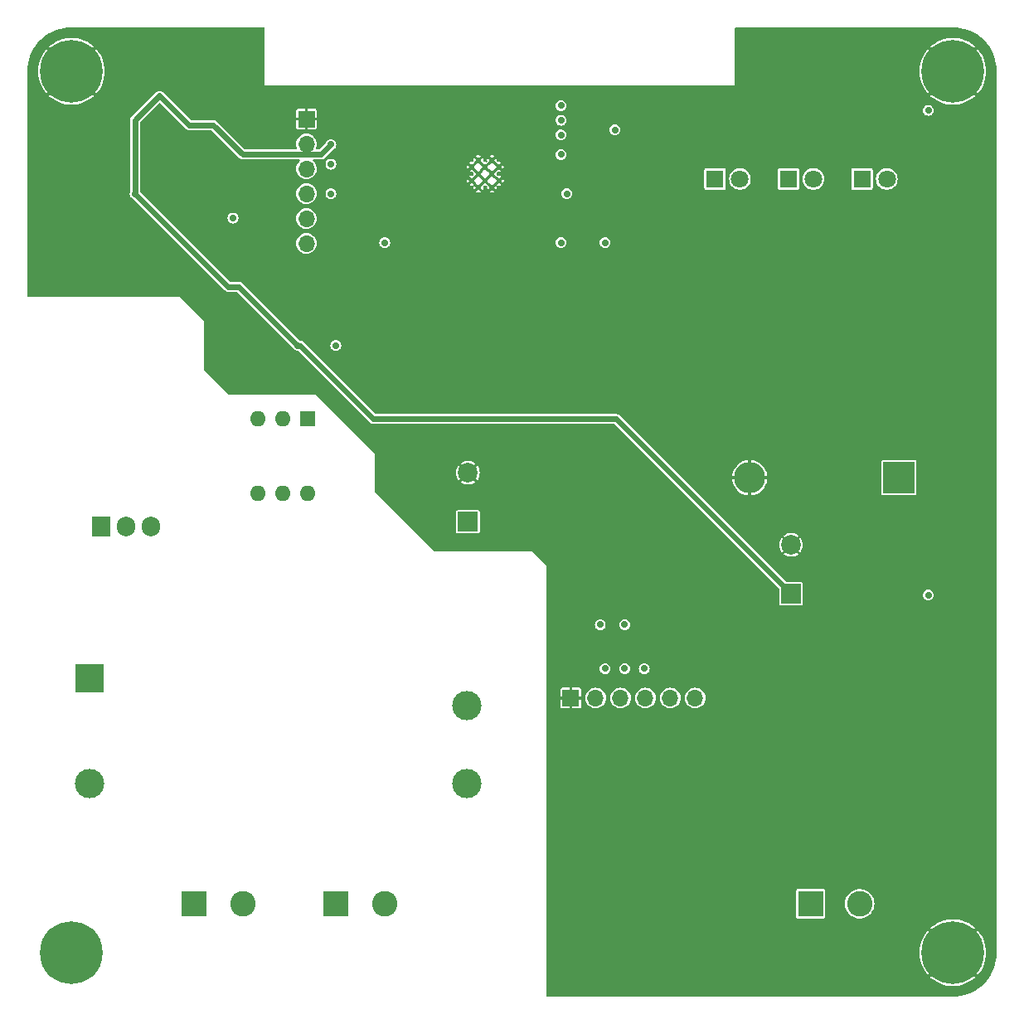
<source format=gbr>
%TF.GenerationSoftware,KiCad,Pcbnew,8.0.3*%
%TF.CreationDate,2024-07-01T15:14:42+02:00*%
%TF.ProjectId,wattwiser,77617474-7769-4736-9572-2e6b69636164,rev?*%
%TF.SameCoordinates,Original*%
%TF.FileFunction,Copper,L3,Inr*%
%TF.FilePolarity,Positive*%
%FSLAX46Y46*%
G04 Gerber Fmt 4.6, Leading zero omitted, Abs format (unit mm)*
G04 Created by KiCad (PCBNEW 8.0.3) date 2024-07-01 15:14:42*
%MOMM*%
%LPD*%
G01*
G04 APERTURE LIST*
%TA.AperFunction,ComponentPad*%
%ADD10R,1.800000X1.800000*%
%TD*%
%TA.AperFunction,ComponentPad*%
%ADD11C,1.800000*%
%TD*%
%TA.AperFunction,ComponentPad*%
%ADD12R,2.600000X2.600000*%
%TD*%
%TA.AperFunction,ComponentPad*%
%ADD13C,2.600000*%
%TD*%
%TA.AperFunction,HeatsinkPad*%
%ADD14C,0.600000*%
%TD*%
%TA.AperFunction,ComponentPad*%
%ADD15C,0.800000*%
%TD*%
%TA.AperFunction,ComponentPad*%
%ADD16C,6.400000*%
%TD*%
%TA.AperFunction,ComponentPad*%
%ADD17R,1.700000X1.700000*%
%TD*%
%TA.AperFunction,ComponentPad*%
%ADD18O,1.700000X1.700000*%
%TD*%
%TA.AperFunction,ComponentPad*%
%ADD19R,2.000000X2.000000*%
%TD*%
%TA.AperFunction,ComponentPad*%
%ADD20C,2.000000*%
%TD*%
%TA.AperFunction,ComponentPad*%
%ADD21R,3.200000X3.200000*%
%TD*%
%TA.AperFunction,ComponentPad*%
%ADD22O,3.200000X3.200000*%
%TD*%
%TA.AperFunction,ComponentPad*%
%ADD23C,3.000000*%
%TD*%
%TA.AperFunction,ComponentPad*%
%ADD24R,3.000000X3.000000*%
%TD*%
%TA.AperFunction,ComponentPad*%
%ADD25R,1.600000X1.600000*%
%TD*%
%TA.AperFunction,ComponentPad*%
%ADD26O,1.600000X1.600000*%
%TD*%
%TA.AperFunction,ComponentPad*%
%ADD27R,1.905000X2.000000*%
%TD*%
%TA.AperFunction,ComponentPad*%
%ADD28O,1.905000X2.000000*%
%TD*%
%TA.AperFunction,ViaPad*%
%ADD29C,0.700000*%
%TD*%
%TA.AperFunction,Conductor*%
%ADD30C,0.600000*%
%TD*%
G04 APERTURE END LIST*
D10*
%TO.N,Net-(D2-K)*%
%TO.C,D2*%
X155725000Y-58000000D03*
D11*
%TO.N,Net-(D2-A)*%
X158265000Y-58000000D03*
%TD*%
D12*
%TO.N,NEUT*%
%TO.C,J1*%
X102500000Y-132000000D03*
D13*
%TO.N,LINE*%
X107500000Y-132000000D03*
%TD*%
D14*
%TO.N,GND*%
%TO.C,U1*%
X130850000Y-56770000D03*
X130850000Y-58170000D03*
X131550000Y-56070000D03*
X131550000Y-57470000D03*
X131550000Y-58870000D03*
X132225000Y-56770000D03*
X132225000Y-58170000D03*
X132950000Y-56070000D03*
X132950000Y-57470000D03*
X132950000Y-58870000D03*
X133650000Y-56770000D03*
X133650000Y-58170000D03*
%TD*%
D15*
%TO.N,GND*%
%TO.C,H1*%
X87600000Y-47000000D03*
X88302944Y-45302944D03*
X88302944Y-48697056D03*
X90000000Y-44600000D03*
D16*
X90000000Y-47000000D03*
D15*
X90000000Y-49400000D03*
X91697056Y-45302944D03*
X91697056Y-48697056D03*
X92400000Y-47000000D03*
%TD*%
D17*
%TO.N,GND*%
%TO.C,J5*%
X141000000Y-111000000D03*
D18*
%TO.N,+3.3V*%
X143540000Y-111000000D03*
%TO.N,/UART TX*%
X146080000Y-111000000D03*
%TO.N,/UART RX*%
X148620000Y-111000000D03*
%TO.N,/DE{slash}RE*%
X151160000Y-111000000D03*
%TO.N,+5V*%
X153700000Y-111000000D03*
%TD*%
D19*
%TO.N,+5V*%
%TO.C,C4*%
X130500000Y-93000000D03*
D20*
%TO.N,GND*%
X130500000Y-88000000D03*
%TD*%
D21*
%TO.N,Net-(D5-K)*%
%TO.C,D5*%
X174500000Y-88500000D03*
D22*
%TO.N,GND*%
X159260000Y-88500000D03*
%TD*%
D15*
%TO.N,GND*%
%TO.C,H2*%
X177600000Y-47000000D03*
X178302944Y-45302944D03*
X178302944Y-48697056D03*
X180000000Y-44600000D03*
D16*
X180000000Y-47000000D03*
D15*
X180000000Y-49400000D03*
X181697056Y-45302944D03*
X181697056Y-48697056D03*
X182400000Y-47000000D03*
%TD*%
%TO.N,GND*%
%TO.C,H3*%
X87600000Y-137000000D03*
X88302944Y-135302944D03*
X88302944Y-138697056D03*
X90000000Y-134600000D03*
D16*
X90000000Y-137000000D03*
D15*
X90000000Y-139400000D03*
X91697056Y-135302944D03*
X91697056Y-138697056D03*
X92400000Y-137000000D03*
%TD*%
D13*
%TO.N,Net-(J4-Pin_2)*%
%TO.C,J4*%
X122000000Y-132000000D03*
D12*
%TO.N,Net-(J4-Pin_1)*%
X117000000Y-132000000D03*
%TD*%
D17*
%TO.N,GND*%
%TO.C,J2*%
X114000000Y-51880000D03*
D18*
%TO.N,+3.3V*%
X114000000Y-54420000D03*
%TO.N,/TX*%
X114000000Y-56960000D03*
%TO.N,/RX*%
X114000000Y-59500000D03*
%TO.N,/IO0*%
X114000000Y-62040000D03*
%TO.N,/EN*%
X114000000Y-64580000D03*
%TD*%
D19*
%TO.N,+3.3V*%
%TO.C,C5*%
X163500000Y-100367677D03*
D20*
%TO.N,GND*%
X163500000Y-95367677D03*
%TD*%
D15*
%TO.N,GND*%
%TO.C,H4*%
X177600000Y-137000000D03*
X178302944Y-135302944D03*
X178302944Y-138697056D03*
X180000000Y-134600000D03*
D16*
X180000000Y-137000000D03*
D15*
X180000000Y-139400000D03*
X181697056Y-135302944D03*
X181697056Y-138697056D03*
X182400000Y-137000000D03*
%TD*%
D23*
%TO.N,+5V*%
%TO.C,PS1*%
X130342500Y-111750000D03*
%TO.N,GND*%
X130342500Y-119750000D03*
%TO.N,LINE*%
X91842500Y-119750000D03*
D24*
%TO.N,NEUT*%
X91842500Y-109000000D03*
%TD*%
D25*
%TO.N,Net-(R13-Pad2)*%
%TO.C,U4*%
X114080000Y-82500000D03*
D26*
%TO.N,GND*%
X111540000Y-82500000D03*
%TO.N,unconnected-(U4-NC-Pad3)*%
X109000000Y-82500000D03*
%TO.N,Net-(R14-Pad1)*%
X109000000Y-90120000D03*
%TO.N,unconnected-(U4-NC-Pad5)*%
X111540000Y-90120000D03*
%TO.N,Net-(J4-Pin_2)*%
X114080000Y-90120000D03*
%TD*%
D10*
%TO.N,Net-(D2-K)*%
%TO.C,D4*%
X170725000Y-58000000D03*
D11*
%TO.N,Net-(D4-A)*%
X173265000Y-58000000D03*
%TD*%
D10*
%TO.N,Net-(D2-K)*%
%TO.C,D3*%
X163225000Y-58000000D03*
D11*
%TO.N,Net-(D3-A)*%
X165765000Y-58000000D03*
%TD*%
D27*
%TO.N,Net-(J4-Pin_2)*%
%TO.C,Q4*%
X93000000Y-93500000D03*
D28*
%TO.N,Net-(J4-Pin_1)*%
X95540000Y-93500000D03*
%TO.N,Net-(Q4-G)*%
X98080000Y-93500000D03*
%TD*%
D12*
%TO.N,Net-(J3-Pin_1)*%
%TO.C,J3*%
X165487500Y-132000000D03*
D13*
%TO.N,Net-(J3-Pin_2)*%
X170487500Y-132000000D03*
%TD*%
D29*
%TO.N,GND*%
X129000000Y-65000000D03*
X108625000Y-76500000D03*
X141000000Y-114500000D03*
X116500000Y-49500000D03*
X107000000Y-49500000D03*
X111500000Y-78500000D03*
X147000000Y-59000000D03*
X140000000Y-49000000D03*
%TO.N,+3.3V*%
X116500000Y-54500000D03*
X96500000Y-59500000D03*
X113125000Y-75000000D03*
%TO.N,+5V*%
X177500000Y-51000000D03*
X144000000Y-103500000D03*
%TO.N,Net-(D5-K)*%
X177500000Y-100500000D03*
X146500000Y-103500000D03*
%TO.N,/TX*%
X116500000Y-56500000D03*
X140000000Y-53500000D03*
%TO.N,/IO0*%
X140000000Y-64500000D03*
X116500000Y-59500000D03*
%TO.N,/IR_LEDS*%
X144500000Y-64500000D03*
X145500000Y-53000000D03*
%TO.N,/LED_G*%
X122000000Y-64500000D03*
X106500000Y-62000000D03*
%TO.N,/DE{slash}RE*%
X140000000Y-50500000D03*
X148500000Y-108000000D03*
%TO.N,/UART RX*%
X146500000Y-108000000D03*
X140000000Y-52000000D03*
%TO.N,/UART TX*%
X140000000Y-55500000D03*
X144500000Y-108000000D03*
%TO.N,/OUT_CONTACTOR*%
X117000000Y-75000000D03*
X140590000Y-59500000D03*
%TD*%
D30*
%TO.N,+3.3V*%
X113125000Y-75000000D02*
X107125000Y-69000000D01*
X107125000Y-69000000D02*
X106000000Y-69000000D01*
X113350000Y-75000000D02*
X120850000Y-82500000D01*
X96500000Y-52000000D02*
X99000000Y-49500000D01*
X99000000Y-49500000D02*
X102000000Y-52500000D01*
X104500000Y-52500000D02*
X107500000Y-55500000D01*
X106000000Y-69000000D02*
X96500000Y-59500000D01*
X120850000Y-82500000D02*
X145632323Y-82500000D01*
X107500000Y-55500000D02*
X115500000Y-55500000D01*
X145632323Y-82500000D02*
X163500000Y-100367677D01*
X96500000Y-59500000D02*
X96500000Y-52000000D01*
X115500000Y-55500000D02*
X116500000Y-54500000D01*
X102000000Y-52500000D02*
X104500000Y-52500000D01*
%TD*%
%TA.AperFunction,Conductor*%
%TO.N,GND*%
G36*
X109709191Y-42519407D02*
G01*
X109745155Y-42568907D01*
X109750000Y-42599500D01*
X109750000Y-48450000D01*
X109750001Y-48450000D01*
X157749999Y-48450000D01*
X157750000Y-48450000D01*
X157750000Y-47000000D01*
X176595006Y-47000000D01*
X176614965Y-47368143D01*
X176674614Y-47731979D01*
X176773242Y-48087206D01*
X176773246Y-48087217D01*
X176909711Y-48429721D01*
X177082403Y-48755453D01*
X177289306Y-49060611D01*
X177289313Y-49060621D01*
X177490449Y-49297415D01*
X178765258Y-48022606D01*
X178779588Y-48042330D01*
X178957670Y-48220412D01*
X178977390Y-48234740D01*
X177703894Y-49508237D01*
X177795650Y-49595154D01*
X178089156Y-49818272D01*
X178089161Y-49818275D01*
X178405070Y-50008352D01*
X178739676Y-50163157D01*
X179089076Y-50280884D01*
X179449128Y-50360137D01*
X179449127Y-50360137D01*
X179815657Y-50400000D01*
X180184343Y-50400000D01*
X180550872Y-50360137D01*
X180910922Y-50280884D01*
X180910924Y-50280884D01*
X181260323Y-50163157D01*
X181594929Y-50008352D01*
X181910838Y-49818275D01*
X181910843Y-49818272D01*
X182204341Y-49595160D01*
X182204346Y-49595156D01*
X182296104Y-49508237D01*
X181022607Y-48234740D01*
X181042330Y-48220412D01*
X181220412Y-48042330D01*
X181234740Y-48022607D01*
X182509548Y-49297415D01*
X182710693Y-49060611D01*
X182917596Y-48755453D01*
X183090288Y-48429721D01*
X183226753Y-48087217D01*
X183226757Y-48087206D01*
X183325385Y-47731979D01*
X183385034Y-47368143D01*
X183404993Y-47000000D01*
X183385034Y-46631856D01*
X183325385Y-46268020D01*
X183226757Y-45912793D01*
X183226753Y-45912782D01*
X183090288Y-45570278D01*
X182917596Y-45244546D01*
X182710693Y-44939388D01*
X182710686Y-44939378D01*
X182509548Y-44702582D01*
X181234739Y-45977390D01*
X181220412Y-45957670D01*
X181042330Y-45779588D01*
X181022606Y-45765258D01*
X182296104Y-44491761D01*
X182204349Y-44404845D01*
X181910843Y-44181727D01*
X181910838Y-44181724D01*
X181594929Y-43991647D01*
X181260323Y-43836842D01*
X180910923Y-43719115D01*
X180550871Y-43639862D01*
X180550872Y-43639862D01*
X180184343Y-43600000D01*
X179815657Y-43600000D01*
X179449127Y-43639862D01*
X179089077Y-43719115D01*
X179089075Y-43719115D01*
X178739676Y-43836842D01*
X178405070Y-43991647D01*
X178089161Y-44181724D01*
X178089156Y-44181727D01*
X177795655Y-44404841D01*
X177703894Y-44491761D01*
X178977392Y-45765259D01*
X178957670Y-45779588D01*
X178779588Y-45957670D01*
X178765259Y-45977392D01*
X177490449Y-44702582D01*
X177289313Y-44939378D01*
X177289306Y-44939388D01*
X177082403Y-45244546D01*
X176909711Y-45570278D01*
X176773246Y-45912782D01*
X176773242Y-45912793D01*
X176674614Y-46268020D01*
X176614965Y-46631856D01*
X176595006Y-47000000D01*
X157750000Y-47000000D01*
X157750000Y-42599500D01*
X157768907Y-42541309D01*
X157818407Y-42505345D01*
X157849000Y-42500500D01*
X179934108Y-42500500D01*
X179997835Y-42500500D01*
X180002152Y-42500593D01*
X180387853Y-42517434D01*
X180396432Y-42518184D01*
X180777053Y-42568295D01*
X180785544Y-42569792D01*
X181160338Y-42652881D01*
X181168673Y-42655115D01*
X181534797Y-42770553D01*
X181542913Y-42773507D01*
X181897587Y-42920418D01*
X181905398Y-42924060D01*
X182245910Y-43101320D01*
X182253390Y-43105638D01*
X182577167Y-43311906D01*
X182584241Y-43316860D01*
X182888797Y-43550554D01*
X182895398Y-43556093D01*
X183178459Y-43815470D01*
X183184529Y-43821540D01*
X183443905Y-44104599D01*
X183449445Y-44111202D01*
X183683139Y-44415758D01*
X183688093Y-44422832D01*
X183894361Y-44746609D01*
X183898679Y-44754089D01*
X184075935Y-45094593D01*
X184079585Y-45102420D01*
X184226492Y-45457086D01*
X184229446Y-45465202D01*
X184344884Y-45831326D01*
X184347119Y-45839668D01*
X184430205Y-46214445D01*
X184431705Y-46222951D01*
X184481813Y-46603554D01*
X184482566Y-46612158D01*
X184499406Y-46997847D01*
X184499500Y-47002165D01*
X184499500Y-136997834D01*
X184499406Y-137002152D01*
X184482566Y-137387841D01*
X184481813Y-137396445D01*
X184431705Y-137777048D01*
X184430205Y-137785554D01*
X184347119Y-138160331D01*
X184344884Y-138168673D01*
X184229446Y-138534797D01*
X184226492Y-138542913D01*
X184079585Y-138897579D01*
X184075935Y-138905406D01*
X183898679Y-139245910D01*
X183894361Y-139253390D01*
X183688093Y-139577167D01*
X183683139Y-139584241D01*
X183449445Y-139888797D01*
X183443895Y-139895411D01*
X183184540Y-140178447D01*
X183178447Y-140184540D01*
X182986818Y-140360137D01*
X182895413Y-140443894D01*
X182888797Y-140449445D01*
X182584241Y-140683139D01*
X182577167Y-140688093D01*
X182253390Y-140894361D01*
X182245910Y-140898679D01*
X181905406Y-141075935D01*
X181897579Y-141079585D01*
X181542913Y-141226492D01*
X181534797Y-141229446D01*
X181168673Y-141344884D01*
X181160331Y-141347119D01*
X180785554Y-141430205D01*
X180777048Y-141431705D01*
X180396445Y-141481813D01*
X180387841Y-141482566D01*
X180002153Y-141499406D01*
X179997835Y-141499500D01*
X138599000Y-141499500D01*
X138540809Y-141480593D01*
X138504845Y-141431093D01*
X138500000Y-141400500D01*
X138500000Y-137000000D01*
X176595006Y-137000000D01*
X176614965Y-137368143D01*
X176674614Y-137731979D01*
X176773242Y-138087206D01*
X176773246Y-138087217D01*
X176909711Y-138429721D01*
X177082403Y-138755453D01*
X177289306Y-139060611D01*
X177289313Y-139060621D01*
X177490449Y-139297415D01*
X178765258Y-138022606D01*
X178779588Y-138042330D01*
X178957670Y-138220412D01*
X178977390Y-138234740D01*
X177703894Y-139508237D01*
X177795650Y-139595154D01*
X178089156Y-139818272D01*
X178089161Y-139818275D01*
X178405070Y-140008352D01*
X178739676Y-140163157D01*
X179089076Y-140280884D01*
X179449128Y-140360137D01*
X179449127Y-140360137D01*
X179815657Y-140400000D01*
X180184343Y-140400000D01*
X180550872Y-140360137D01*
X180910922Y-140280884D01*
X180910924Y-140280884D01*
X181260323Y-140163157D01*
X181594929Y-140008352D01*
X181910838Y-139818275D01*
X181910843Y-139818272D01*
X182204341Y-139595160D01*
X182204346Y-139595156D01*
X182296104Y-139508237D01*
X181022607Y-138234740D01*
X181042330Y-138220412D01*
X181220412Y-138042330D01*
X181234740Y-138022607D01*
X182509548Y-139297415D01*
X182710693Y-139060611D01*
X182917596Y-138755453D01*
X183090288Y-138429721D01*
X183226753Y-138087217D01*
X183226757Y-138087206D01*
X183325385Y-137731979D01*
X183385034Y-137368143D01*
X183404993Y-137000000D01*
X183385034Y-136631856D01*
X183325385Y-136268020D01*
X183226757Y-135912793D01*
X183226753Y-135912782D01*
X183090288Y-135570278D01*
X182917596Y-135244546D01*
X182710693Y-134939388D01*
X182710686Y-134939378D01*
X182509548Y-134702582D01*
X181234739Y-135977390D01*
X181220412Y-135957670D01*
X181042330Y-135779588D01*
X181022606Y-135765258D01*
X182296104Y-134491761D01*
X182204349Y-134404845D01*
X181910843Y-134181727D01*
X181910838Y-134181724D01*
X181594929Y-133991647D01*
X181260323Y-133836842D01*
X180910923Y-133719115D01*
X180550871Y-133639862D01*
X180550872Y-133639862D01*
X180184343Y-133600000D01*
X179815657Y-133600000D01*
X179449127Y-133639862D01*
X179089077Y-133719115D01*
X179089075Y-133719115D01*
X178739676Y-133836842D01*
X178405070Y-133991647D01*
X178089161Y-134181724D01*
X178089156Y-134181727D01*
X177795655Y-134404841D01*
X177703894Y-134491761D01*
X178977392Y-135765259D01*
X178957670Y-135779588D01*
X178779588Y-135957670D01*
X178765259Y-135977392D01*
X177490449Y-134702582D01*
X177289313Y-134939378D01*
X177289306Y-134939388D01*
X177082403Y-135244546D01*
X176909711Y-135570278D01*
X176773246Y-135912782D01*
X176773242Y-135912793D01*
X176674614Y-136268020D01*
X176614965Y-136631856D01*
X176595006Y-137000000D01*
X138500000Y-137000000D01*
X138500000Y-130680253D01*
X163987000Y-130680253D01*
X163987000Y-133319746D01*
X163987001Y-133319758D01*
X163998632Y-133378227D01*
X163998634Y-133378233D01*
X163999032Y-133378828D01*
X164042948Y-133444552D01*
X164109269Y-133488867D01*
X164153731Y-133497711D01*
X164167741Y-133500498D01*
X164167746Y-133500498D01*
X164167752Y-133500500D01*
X164167753Y-133500500D01*
X166807247Y-133500500D01*
X166807248Y-133500500D01*
X166865731Y-133488867D01*
X166932052Y-133444552D01*
X166976367Y-133378231D01*
X166988000Y-133319748D01*
X166988000Y-132000000D01*
X168981857Y-132000000D01*
X169002391Y-132247819D01*
X169002392Y-132247821D01*
X169063437Y-132488881D01*
X169163327Y-132716607D01*
X169299336Y-132924785D01*
X169467756Y-133107738D01*
X169663991Y-133260474D01*
X169773516Y-133319746D01*
X169881590Y-133378233D01*
X169882690Y-133378828D01*
X170117886Y-133459571D01*
X170363165Y-133500500D01*
X170611835Y-133500500D01*
X170857114Y-133459571D01*
X171092310Y-133378828D01*
X171311009Y-133260474D01*
X171507244Y-133107738D01*
X171675664Y-132924785D01*
X171811673Y-132716607D01*
X171911563Y-132488881D01*
X171972608Y-132247821D01*
X171993143Y-132000000D01*
X171972608Y-131752179D01*
X171911563Y-131511119D01*
X171811673Y-131283393D01*
X171675664Y-131075215D01*
X171507244Y-130892262D01*
X171311009Y-130739526D01*
X171092313Y-130621173D01*
X170974712Y-130580800D01*
X170857114Y-130540429D01*
X170857113Y-130540428D01*
X170857111Y-130540428D01*
X170611835Y-130499500D01*
X170363165Y-130499500D01*
X170117888Y-130540428D01*
X169882686Y-130621173D01*
X169663990Y-130739526D01*
X169663987Y-130739528D01*
X169467759Y-130892259D01*
X169299335Y-131075216D01*
X169163326Y-131283395D01*
X169063437Y-131511120D01*
X169002391Y-131752180D01*
X168981857Y-132000000D01*
X166988000Y-132000000D01*
X166988000Y-130680252D01*
X166976367Y-130621769D01*
X166932052Y-130555448D01*
X166909575Y-130540429D01*
X166865733Y-130511134D01*
X166865731Y-130511133D01*
X166865728Y-130511132D01*
X166865727Y-130511132D01*
X166807258Y-130499501D01*
X166807248Y-130499500D01*
X164167752Y-130499500D01*
X164167751Y-130499500D01*
X164167741Y-130499501D01*
X164109272Y-130511132D01*
X164109266Y-130511134D01*
X164042951Y-130555445D01*
X164042945Y-130555451D01*
X163998634Y-130621766D01*
X163998632Y-130621772D01*
X163987001Y-130680241D01*
X163987000Y-130680253D01*
X138500000Y-130680253D01*
X138500000Y-110130299D01*
X139950000Y-110130299D01*
X139950000Y-110849999D01*
X139950001Y-110850000D01*
X140522555Y-110850000D01*
X140500000Y-110934174D01*
X140500000Y-111065826D01*
X140522555Y-111150000D01*
X139950001Y-111150000D01*
X139950000Y-111150001D01*
X139950000Y-111869700D01*
X139961603Y-111928036D01*
X140005806Y-111994189D01*
X140005810Y-111994193D01*
X140071963Y-112038396D01*
X140130299Y-112049999D01*
X140130303Y-112050000D01*
X140849999Y-112050000D01*
X140850000Y-112049999D01*
X140850000Y-111477445D01*
X140934174Y-111500000D01*
X141065826Y-111500000D01*
X141150000Y-111477445D01*
X141150000Y-112049999D01*
X141150001Y-112050000D01*
X141869697Y-112050000D01*
X141869700Y-112049999D01*
X141928036Y-112038396D01*
X141994189Y-111994193D01*
X141994193Y-111994189D01*
X142038396Y-111928036D01*
X142049999Y-111869700D01*
X142050000Y-111869697D01*
X142050000Y-111150001D01*
X142049999Y-111150000D01*
X141477445Y-111150000D01*
X141500000Y-111065826D01*
X141500000Y-110999996D01*
X142484417Y-110999996D01*
X142484417Y-111000003D01*
X142504698Y-111205929D01*
X142504699Y-111205934D01*
X142564768Y-111403954D01*
X142662316Y-111586452D01*
X142793585Y-111746404D01*
X142793590Y-111746410D01*
X142793595Y-111746414D01*
X142953547Y-111877683D01*
X142953548Y-111877683D01*
X142953550Y-111877685D01*
X143136046Y-111975232D01*
X143273997Y-112017078D01*
X143334065Y-112035300D01*
X143334070Y-112035301D01*
X143539997Y-112055583D01*
X143540000Y-112055583D01*
X143540003Y-112055583D01*
X143745929Y-112035301D01*
X143745934Y-112035300D01*
X143943954Y-111975232D01*
X144126450Y-111877685D01*
X144286410Y-111746410D01*
X144417685Y-111586450D01*
X144515232Y-111403954D01*
X144575300Y-111205934D01*
X144575301Y-111205929D01*
X144595583Y-111000003D01*
X144595583Y-110999996D01*
X145024417Y-110999996D01*
X145024417Y-111000003D01*
X145044698Y-111205929D01*
X145044699Y-111205934D01*
X145104768Y-111403954D01*
X145202316Y-111586452D01*
X145333585Y-111746404D01*
X145333590Y-111746410D01*
X145333595Y-111746414D01*
X145493547Y-111877683D01*
X145493548Y-111877683D01*
X145493550Y-111877685D01*
X145676046Y-111975232D01*
X145813997Y-112017078D01*
X145874065Y-112035300D01*
X145874070Y-112035301D01*
X146079997Y-112055583D01*
X146080000Y-112055583D01*
X146080003Y-112055583D01*
X146285929Y-112035301D01*
X146285934Y-112035300D01*
X146483954Y-111975232D01*
X146666450Y-111877685D01*
X146826410Y-111746410D01*
X146957685Y-111586450D01*
X147055232Y-111403954D01*
X147115300Y-111205934D01*
X147115301Y-111205929D01*
X147135583Y-111000003D01*
X147135583Y-110999996D01*
X147564417Y-110999996D01*
X147564417Y-111000003D01*
X147584698Y-111205929D01*
X147584699Y-111205934D01*
X147644768Y-111403954D01*
X147742316Y-111586452D01*
X147873585Y-111746404D01*
X147873590Y-111746410D01*
X147873595Y-111746414D01*
X148033547Y-111877683D01*
X148033548Y-111877683D01*
X148033550Y-111877685D01*
X148216046Y-111975232D01*
X148353997Y-112017078D01*
X148414065Y-112035300D01*
X148414070Y-112035301D01*
X148619997Y-112055583D01*
X148620000Y-112055583D01*
X148620003Y-112055583D01*
X148825929Y-112035301D01*
X148825934Y-112035300D01*
X149023954Y-111975232D01*
X149206450Y-111877685D01*
X149366410Y-111746410D01*
X149497685Y-111586450D01*
X149595232Y-111403954D01*
X149655300Y-111205934D01*
X149655301Y-111205929D01*
X149675583Y-111000003D01*
X149675583Y-110999996D01*
X150104417Y-110999996D01*
X150104417Y-111000003D01*
X150124698Y-111205929D01*
X150124699Y-111205934D01*
X150184768Y-111403954D01*
X150282316Y-111586452D01*
X150413585Y-111746404D01*
X150413590Y-111746410D01*
X150413595Y-111746414D01*
X150573547Y-111877683D01*
X150573548Y-111877683D01*
X150573550Y-111877685D01*
X150756046Y-111975232D01*
X150893997Y-112017078D01*
X150954065Y-112035300D01*
X150954070Y-112035301D01*
X151159997Y-112055583D01*
X151160000Y-112055583D01*
X151160003Y-112055583D01*
X151365929Y-112035301D01*
X151365934Y-112035300D01*
X151563954Y-111975232D01*
X151746450Y-111877685D01*
X151906410Y-111746410D01*
X152037685Y-111586450D01*
X152135232Y-111403954D01*
X152195300Y-111205934D01*
X152195301Y-111205929D01*
X152215583Y-111000003D01*
X152215583Y-110999996D01*
X152644417Y-110999996D01*
X152644417Y-111000003D01*
X152664698Y-111205929D01*
X152664699Y-111205934D01*
X152724768Y-111403954D01*
X152822316Y-111586452D01*
X152953585Y-111746404D01*
X152953590Y-111746410D01*
X152953595Y-111746414D01*
X153113547Y-111877683D01*
X153113548Y-111877683D01*
X153113550Y-111877685D01*
X153296046Y-111975232D01*
X153433997Y-112017078D01*
X153494065Y-112035300D01*
X153494070Y-112035301D01*
X153699997Y-112055583D01*
X153700000Y-112055583D01*
X153700003Y-112055583D01*
X153905929Y-112035301D01*
X153905934Y-112035300D01*
X154103954Y-111975232D01*
X154286450Y-111877685D01*
X154446410Y-111746410D01*
X154577685Y-111586450D01*
X154675232Y-111403954D01*
X154735300Y-111205934D01*
X154735301Y-111205929D01*
X154755583Y-111000003D01*
X154755583Y-110999996D01*
X154735301Y-110794070D01*
X154735300Y-110794065D01*
X154676401Y-110599901D01*
X154675232Y-110596046D01*
X154577685Y-110413550D01*
X154446410Y-110253590D01*
X154446404Y-110253585D01*
X154286452Y-110122316D01*
X154103954Y-110024768D01*
X153905934Y-109964699D01*
X153905929Y-109964698D01*
X153700003Y-109944417D01*
X153699997Y-109944417D01*
X153494070Y-109964698D01*
X153494065Y-109964699D01*
X153296045Y-110024768D01*
X153113547Y-110122316D01*
X152953595Y-110253585D01*
X152953585Y-110253595D01*
X152822316Y-110413547D01*
X152724768Y-110596045D01*
X152664699Y-110794065D01*
X152664698Y-110794070D01*
X152644417Y-110999996D01*
X152215583Y-110999996D01*
X152195301Y-110794070D01*
X152195300Y-110794065D01*
X152136401Y-110599901D01*
X152135232Y-110596046D01*
X152037685Y-110413550D01*
X151906410Y-110253590D01*
X151906404Y-110253585D01*
X151746452Y-110122316D01*
X151563954Y-110024768D01*
X151365934Y-109964699D01*
X151365929Y-109964698D01*
X151160003Y-109944417D01*
X151159997Y-109944417D01*
X150954070Y-109964698D01*
X150954065Y-109964699D01*
X150756045Y-110024768D01*
X150573547Y-110122316D01*
X150413595Y-110253585D01*
X150413585Y-110253595D01*
X150282316Y-110413547D01*
X150184768Y-110596045D01*
X150124699Y-110794065D01*
X150124698Y-110794070D01*
X150104417Y-110999996D01*
X149675583Y-110999996D01*
X149655301Y-110794070D01*
X149655300Y-110794065D01*
X149596401Y-110599901D01*
X149595232Y-110596046D01*
X149497685Y-110413550D01*
X149366410Y-110253590D01*
X149366404Y-110253585D01*
X149206452Y-110122316D01*
X149023954Y-110024768D01*
X148825934Y-109964699D01*
X148825929Y-109964698D01*
X148620003Y-109944417D01*
X148619997Y-109944417D01*
X148414070Y-109964698D01*
X148414065Y-109964699D01*
X148216045Y-110024768D01*
X148033547Y-110122316D01*
X147873595Y-110253585D01*
X147873585Y-110253595D01*
X147742316Y-110413547D01*
X147644768Y-110596045D01*
X147584699Y-110794065D01*
X147584698Y-110794070D01*
X147564417Y-110999996D01*
X147135583Y-110999996D01*
X147115301Y-110794070D01*
X147115300Y-110794065D01*
X147056401Y-110599901D01*
X147055232Y-110596046D01*
X146957685Y-110413550D01*
X146826410Y-110253590D01*
X146826404Y-110253585D01*
X146666452Y-110122316D01*
X146483954Y-110024768D01*
X146285934Y-109964699D01*
X146285929Y-109964698D01*
X146080003Y-109944417D01*
X146079997Y-109944417D01*
X145874070Y-109964698D01*
X145874065Y-109964699D01*
X145676045Y-110024768D01*
X145493547Y-110122316D01*
X145333595Y-110253585D01*
X145333585Y-110253595D01*
X145202316Y-110413547D01*
X145104768Y-110596045D01*
X145044699Y-110794065D01*
X145044698Y-110794070D01*
X145024417Y-110999996D01*
X144595583Y-110999996D01*
X144575301Y-110794070D01*
X144575300Y-110794065D01*
X144516401Y-110599901D01*
X144515232Y-110596046D01*
X144417685Y-110413550D01*
X144286410Y-110253590D01*
X144286404Y-110253585D01*
X144126452Y-110122316D01*
X143943954Y-110024768D01*
X143745934Y-109964699D01*
X143745929Y-109964698D01*
X143540003Y-109944417D01*
X143539997Y-109944417D01*
X143334070Y-109964698D01*
X143334065Y-109964699D01*
X143136045Y-110024768D01*
X142953547Y-110122316D01*
X142793595Y-110253585D01*
X142793585Y-110253595D01*
X142662316Y-110413547D01*
X142564768Y-110596045D01*
X142504699Y-110794065D01*
X142504698Y-110794070D01*
X142484417Y-110999996D01*
X141500000Y-110999996D01*
X141500000Y-110934174D01*
X141477445Y-110850000D01*
X142049999Y-110850000D01*
X142050000Y-110849999D01*
X142050000Y-110130302D01*
X142049999Y-110130299D01*
X142038396Y-110071963D01*
X141994193Y-110005810D01*
X141994189Y-110005806D01*
X141928036Y-109961603D01*
X141869700Y-109950000D01*
X141150001Y-109950000D01*
X141150000Y-109950001D01*
X141150000Y-110522554D01*
X141065826Y-110500000D01*
X140934174Y-110500000D01*
X140850000Y-110522554D01*
X140850000Y-109950001D01*
X140849999Y-109950000D01*
X140130299Y-109950000D01*
X140071963Y-109961603D01*
X140005810Y-110005806D01*
X140005806Y-110005810D01*
X139961603Y-110071963D01*
X139950000Y-110130299D01*
X138500000Y-110130299D01*
X138500000Y-107999999D01*
X143944750Y-107999999D01*
X143944750Y-108000000D01*
X143963669Y-108143708D01*
X143963670Y-108143709D01*
X144019139Y-108277625D01*
X144107379Y-108392621D01*
X144222375Y-108480861D01*
X144356291Y-108536330D01*
X144500000Y-108555250D01*
X144643709Y-108536330D01*
X144777625Y-108480861D01*
X144892621Y-108392621D01*
X144980861Y-108277625D01*
X145036330Y-108143709D01*
X145055250Y-108000000D01*
X145055250Y-107999999D01*
X145944750Y-107999999D01*
X145944750Y-108000000D01*
X145963669Y-108143708D01*
X145963670Y-108143709D01*
X146019139Y-108277625D01*
X146107379Y-108392621D01*
X146222375Y-108480861D01*
X146356291Y-108536330D01*
X146500000Y-108555250D01*
X146643709Y-108536330D01*
X146777625Y-108480861D01*
X146892621Y-108392621D01*
X146980861Y-108277625D01*
X147036330Y-108143709D01*
X147055250Y-108000000D01*
X147055250Y-107999999D01*
X147944750Y-107999999D01*
X147944750Y-108000000D01*
X147963669Y-108143708D01*
X147963670Y-108143709D01*
X148019139Y-108277625D01*
X148107379Y-108392621D01*
X148222375Y-108480861D01*
X148356291Y-108536330D01*
X148500000Y-108555250D01*
X148643709Y-108536330D01*
X148777625Y-108480861D01*
X148892621Y-108392621D01*
X148980861Y-108277625D01*
X149036330Y-108143709D01*
X149055250Y-108000000D01*
X149036330Y-107856291D01*
X148980861Y-107722375D01*
X148892621Y-107607379D01*
X148777625Y-107519139D01*
X148777621Y-107519137D01*
X148643709Y-107463670D01*
X148643708Y-107463669D01*
X148500000Y-107444750D01*
X148356291Y-107463669D01*
X148356290Y-107463670D01*
X148222378Y-107519137D01*
X148222374Y-107519139D01*
X148107381Y-107607377D01*
X148107377Y-107607381D01*
X148019139Y-107722374D01*
X148019137Y-107722378D01*
X147963670Y-107856290D01*
X147963669Y-107856291D01*
X147944750Y-107999999D01*
X147055250Y-107999999D01*
X147036330Y-107856291D01*
X146980861Y-107722375D01*
X146892621Y-107607379D01*
X146777625Y-107519139D01*
X146777621Y-107519137D01*
X146643709Y-107463670D01*
X146643708Y-107463669D01*
X146500000Y-107444750D01*
X146356291Y-107463669D01*
X146356290Y-107463670D01*
X146222378Y-107519137D01*
X146222374Y-107519139D01*
X146107381Y-107607377D01*
X146107377Y-107607381D01*
X146019139Y-107722374D01*
X146019137Y-107722378D01*
X145963670Y-107856290D01*
X145963669Y-107856291D01*
X145944750Y-107999999D01*
X145055250Y-107999999D01*
X145036330Y-107856291D01*
X144980861Y-107722375D01*
X144892621Y-107607379D01*
X144777625Y-107519139D01*
X144777621Y-107519137D01*
X144643709Y-107463670D01*
X144643708Y-107463669D01*
X144500000Y-107444750D01*
X144356291Y-107463669D01*
X144356290Y-107463670D01*
X144222378Y-107519137D01*
X144222374Y-107519139D01*
X144107381Y-107607377D01*
X144107377Y-107607381D01*
X144019139Y-107722374D01*
X144019137Y-107722378D01*
X143963670Y-107856290D01*
X143963669Y-107856291D01*
X143944750Y-107999999D01*
X138500000Y-107999999D01*
X138500000Y-103499999D01*
X143444750Y-103499999D01*
X143444750Y-103500000D01*
X143463669Y-103643708D01*
X143463670Y-103643709D01*
X143519139Y-103777625D01*
X143607379Y-103892621D01*
X143722375Y-103980861D01*
X143856291Y-104036330D01*
X144000000Y-104055250D01*
X144143709Y-104036330D01*
X144277625Y-103980861D01*
X144392621Y-103892621D01*
X144480861Y-103777625D01*
X144536330Y-103643709D01*
X144555250Y-103500000D01*
X144555250Y-103499999D01*
X145944750Y-103499999D01*
X145944750Y-103500000D01*
X145963669Y-103643708D01*
X145963670Y-103643709D01*
X146019139Y-103777625D01*
X146107379Y-103892621D01*
X146222375Y-103980861D01*
X146356291Y-104036330D01*
X146500000Y-104055250D01*
X146643709Y-104036330D01*
X146777625Y-103980861D01*
X146892621Y-103892621D01*
X146980861Y-103777625D01*
X147036330Y-103643709D01*
X147055250Y-103500000D01*
X147036330Y-103356291D01*
X146980861Y-103222375D01*
X146892621Y-103107379D01*
X146777625Y-103019139D01*
X146777621Y-103019137D01*
X146643709Y-102963670D01*
X146643708Y-102963669D01*
X146500000Y-102944750D01*
X146356291Y-102963669D01*
X146356290Y-102963670D01*
X146222378Y-103019137D01*
X146222374Y-103019139D01*
X146107381Y-103107377D01*
X146107377Y-103107381D01*
X146019139Y-103222374D01*
X146019137Y-103222378D01*
X145963670Y-103356290D01*
X145963669Y-103356291D01*
X145944750Y-103499999D01*
X144555250Y-103499999D01*
X144536330Y-103356291D01*
X144480861Y-103222375D01*
X144392621Y-103107379D01*
X144277625Y-103019139D01*
X144277621Y-103019137D01*
X144143709Y-102963670D01*
X144143708Y-102963669D01*
X144000000Y-102944750D01*
X143856291Y-102963669D01*
X143856290Y-102963670D01*
X143722378Y-103019137D01*
X143722374Y-103019139D01*
X143607381Y-103107377D01*
X143607377Y-103107381D01*
X143519139Y-103222374D01*
X143519137Y-103222378D01*
X143463670Y-103356290D01*
X143463669Y-103356291D01*
X143444750Y-103499999D01*
X138500000Y-103499999D01*
X138500000Y-97500001D01*
X138500000Y-97500000D01*
X137000000Y-96000000D01*
X136999999Y-96000000D01*
X127041008Y-96000000D01*
X126982817Y-95981093D01*
X126971004Y-95971004D01*
X122980253Y-91980253D01*
X129299500Y-91980253D01*
X129299500Y-94019746D01*
X129299501Y-94019758D01*
X129311132Y-94078227D01*
X129311133Y-94078231D01*
X129355448Y-94144552D01*
X129421769Y-94188867D01*
X129466231Y-94197711D01*
X129480241Y-94200498D01*
X129480246Y-94200498D01*
X129480252Y-94200500D01*
X129480253Y-94200500D01*
X131519747Y-94200500D01*
X131519748Y-94200500D01*
X131578231Y-94188867D01*
X131644552Y-94144552D01*
X131688867Y-94078231D01*
X131700500Y-94019748D01*
X131700500Y-91980252D01*
X131688867Y-91921769D01*
X131644552Y-91855448D01*
X131644548Y-91855445D01*
X131578233Y-91811134D01*
X131578231Y-91811133D01*
X131578228Y-91811132D01*
X131578227Y-91811132D01*
X131519758Y-91799501D01*
X131519748Y-91799500D01*
X129480252Y-91799500D01*
X129480251Y-91799500D01*
X129480241Y-91799501D01*
X129421772Y-91811132D01*
X129421766Y-91811134D01*
X129355451Y-91855445D01*
X129355445Y-91855451D01*
X129311134Y-91921766D01*
X129311132Y-91921772D01*
X129299501Y-91980241D01*
X129299500Y-91980253D01*
X122980253Y-91980253D01*
X121028996Y-90028996D01*
X121001219Y-89974479D01*
X121000000Y-89958992D01*
X121000000Y-88000000D01*
X129294859Y-88000000D01*
X129315379Y-88221445D01*
X129376239Y-88435347D01*
X129475364Y-88634417D01*
X129475369Y-88634426D01*
X129551985Y-88735881D01*
X130056328Y-88231536D01*
X130099901Y-88307007D01*
X130192993Y-88400099D01*
X130268460Y-88443670D01*
X129761535Y-88950596D01*
X129773740Y-88961722D01*
X129962823Y-89078797D01*
X130170200Y-89159136D01*
X130388804Y-89200000D01*
X130611196Y-89200000D01*
X130829799Y-89159136D01*
X131037178Y-89078797D01*
X131037183Y-89078794D01*
X131226258Y-88961724D01*
X131226261Y-88961721D01*
X131238463Y-88950596D01*
X130731538Y-88443671D01*
X130807007Y-88400099D01*
X130900099Y-88307007D01*
X130943671Y-88231538D01*
X131448015Y-88735882D01*
X131524624Y-88634436D01*
X131524633Y-88634421D01*
X131623760Y-88435347D01*
X131684620Y-88221445D01*
X131705140Y-88000000D01*
X131684620Y-87778554D01*
X131623760Y-87564652D01*
X131524635Y-87365582D01*
X131524630Y-87365573D01*
X131448014Y-87264117D01*
X130943670Y-87768460D01*
X130900099Y-87692993D01*
X130807007Y-87599901D01*
X130731536Y-87556328D01*
X131238463Y-87049402D01*
X131226259Y-87038277D01*
X131037176Y-86921202D01*
X130829799Y-86840863D01*
X130611196Y-86800000D01*
X130388804Y-86800000D01*
X130170200Y-86840863D01*
X129962821Y-86921202D01*
X129962816Y-86921205D01*
X129773742Y-87038275D01*
X129773739Y-87038277D01*
X129761535Y-87049402D01*
X130268461Y-87556328D01*
X130192993Y-87599901D01*
X130099901Y-87692993D01*
X130056328Y-87768461D01*
X129551985Y-87264118D01*
X129475369Y-87365573D01*
X129475364Y-87365582D01*
X129376239Y-87564652D01*
X129315379Y-87778554D01*
X129294859Y-88000000D01*
X121000000Y-88000000D01*
X121000000Y-86000001D01*
X121000000Y-86000000D01*
X115000000Y-80000000D01*
X114999999Y-80000000D01*
X106041008Y-80000000D01*
X105982817Y-79981093D01*
X105971004Y-79971004D01*
X103528996Y-77528996D01*
X103501219Y-77474479D01*
X103500000Y-77458992D01*
X103500000Y-72500001D01*
X103500000Y-72500000D01*
X101000000Y-70000000D01*
X100999999Y-70000000D01*
X85599500Y-70000000D01*
X85541309Y-69981093D01*
X85505345Y-69931593D01*
X85500500Y-69901000D01*
X85500500Y-59499999D01*
X95944750Y-59499999D01*
X95944750Y-59500000D01*
X95963669Y-59643708D01*
X95963670Y-59643709D01*
X96019139Y-59777625D01*
X96107379Y-59892621D01*
X96222375Y-59980861D01*
X96290684Y-60009155D01*
X96322799Y-60030613D01*
X105692686Y-69400500D01*
X105692688Y-69400501D01*
X105692689Y-69400502D01*
X105692690Y-69400503D01*
X105806810Y-69466390D01*
X105806808Y-69466390D01*
X105806812Y-69466391D01*
X105806814Y-69466392D01*
X105934108Y-69500500D01*
X106065893Y-69500500D01*
X106876678Y-69500500D01*
X106934869Y-69519407D01*
X106946682Y-69529496D01*
X112594385Y-75177199D01*
X112615845Y-75209317D01*
X112644138Y-75277624D01*
X112644139Y-75277625D01*
X112732379Y-75392621D01*
X112847375Y-75480861D01*
X112981291Y-75536330D01*
X113125000Y-75555250D01*
X113140602Y-75553195D01*
X113200761Y-75564343D01*
X113223530Y-75581344D01*
X120449500Y-82807314D01*
X120449499Y-82807314D01*
X120542685Y-82900499D01*
X120542690Y-82900503D01*
X120656810Y-82966390D01*
X120656808Y-82966390D01*
X120656812Y-82966391D01*
X120656814Y-82966392D01*
X120784108Y-83000500D01*
X145384001Y-83000500D01*
X145442192Y-83019407D01*
X145454005Y-83029496D01*
X162270504Y-99845995D01*
X162298281Y-99900512D01*
X162299500Y-99915999D01*
X162299500Y-101387423D01*
X162299501Y-101387435D01*
X162311132Y-101445904D01*
X162311133Y-101445908D01*
X162355448Y-101512229D01*
X162421769Y-101556544D01*
X162466231Y-101565388D01*
X162480241Y-101568175D01*
X162480246Y-101568175D01*
X162480252Y-101568177D01*
X162480253Y-101568177D01*
X164519747Y-101568177D01*
X164519748Y-101568177D01*
X164578231Y-101556544D01*
X164644552Y-101512229D01*
X164688867Y-101445908D01*
X164700500Y-101387425D01*
X164700500Y-100499999D01*
X176944750Y-100499999D01*
X176944750Y-100500000D01*
X176963669Y-100643708D01*
X176963670Y-100643709D01*
X177019139Y-100777625D01*
X177107379Y-100892621D01*
X177222375Y-100980861D01*
X177356291Y-101036330D01*
X177500000Y-101055250D01*
X177643709Y-101036330D01*
X177777625Y-100980861D01*
X177892621Y-100892621D01*
X177980861Y-100777625D01*
X178036330Y-100643709D01*
X178055250Y-100500000D01*
X178036330Y-100356291D01*
X177980861Y-100222375D01*
X177892621Y-100107379D01*
X177777625Y-100019139D01*
X177777621Y-100019137D01*
X177643709Y-99963670D01*
X177643708Y-99963669D01*
X177500000Y-99944750D01*
X177356291Y-99963669D01*
X177356290Y-99963670D01*
X177222378Y-100019137D01*
X177222374Y-100019139D01*
X177107381Y-100107377D01*
X177107377Y-100107381D01*
X177019139Y-100222374D01*
X177019137Y-100222378D01*
X176963670Y-100356290D01*
X176963669Y-100356291D01*
X176944750Y-100499999D01*
X164700500Y-100499999D01*
X164700500Y-99347929D01*
X164688867Y-99289446D01*
X164644552Y-99223125D01*
X164644548Y-99223122D01*
X164578233Y-99178811D01*
X164578231Y-99178810D01*
X164578228Y-99178809D01*
X164578227Y-99178809D01*
X164519758Y-99167178D01*
X164519748Y-99167177D01*
X164519747Y-99167177D01*
X163048322Y-99167177D01*
X162990131Y-99148270D01*
X162978318Y-99138181D01*
X159207814Y-95367677D01*
X162294859Y-95367677D01*
X162315379Y-95589122D01*
X162376239Y-95803024D01*
X162475364Y-96002094D01*
X162475369Y-96002103D01*
X162551985Y-96103558D01*
X163056328Y-95599213D01*
X163099901Y-95674684D01*
X163192993Y-95767776D01*
X163268460Y-95811347D01*
X162761535Y-96318273D01*
X162773740Y-96329399D01*
X162962823Y-96446474D01*
X163170200Y-96526813D01*
X163388804Y-96567677D01*
X163611196Y-96567677D01*
X163829799Y-96526813D01*
X164037178Y-96446474D01*
X164037183Y-96446471D01*
X164226258Y-96329401D01*
X164226261Y-96329398D01*
X164238463Y-96318273D01*
X163731538Y-95811348D01*
X163807007Y-95767776D01*
X163900099Y-95674684D01*
X163943671Y-95599215D01*
X164448015Y-96103559D01*
X164524624Y-96002113D01*
X164524633Y-96002098D01*
X164623760Y-95803024D01*
X164684620Y-95589122D01*
X164705140Y-95367677D01*
X164684620Y-95146231D01*
X164623760Y-94932329D01*
X164524635Y-94733259D01*
X164524630Y-94733250D01*
X164448014Y-94631794D01*
X163943670Y-95136137D01*
X163900099Y-95060670D01*
X163807007Y-94967578D01*
X163731536Y-94924005D01*
X164238463Y-94417079D01*
X164226259Y-94405954D01*
X164037176Y-94288879D01*
X163829799Y-94208540D01*
X163611196Y-94167677D01*
X163388804Y-94167677D01*
X163170200Y-94208540D01*
X162962821Y-94288879D01*
X162962816Y-94288882D01*
X162773742Y-94405952D01*
X162773739Y-94405954D01*
X162761535Y-94417079D01*
X163268461Y-94924005D01*
X163192993Y-94967578D01*
X163099901Y-95060670D01*
X163056328Y-95136138D01*
X162551985Y-94631795D01*
X162475369Y-94733250D01*
X162475364Y-94733259D01*
X162376239Y-94932329D01*
X162315379Y-95146231D01*
X162294859Y-95367677D01*
X159207814Y-95367677D01*
X155639637Y-91799500D01*
X152190136Y-88349999D01*
X157466193Y-88349999D01*
X157466194Y-88350000D01*
X158474164Y-88350000D01*
X158460000Y-88421207D01*
X158460000Y-88578793D01*
X158474164Y-88650000D01*
X157466194Y-88650000D01*
X157475113Y-88769023D01*
X157475115Y-88769032D01*
X157535146Y-89032049D01*
X157633706Y-89283174D01*
X157633715Y-89283193D01*
X157768596Y-89516812D01*
X157768606Y-89516827D01*
X157936802Y-89727740D01*
X157936808Y-89727746D01*
X158134565Y-89911237D01*
X158357484Y-90063220D01*
X158600541Y-90180270D01*
X158858334Y-90259789D01*
X158858344Y-90259791D01*
X159109999Y-90297722D01*
X159110000Y-90297721D01*
X159110000Y-89285836D01*
X159181207Y-89300000D01*
X159338793Y-89300000D01*
X159410000Y-89285836D01*
X159410000Y-90297722D01*
X159661655Y-90259791D01*
X159661665Y-90259789D01*
X159919458Y-90180270D01*
X160162516Y-90063220D01*
X160385434Y-89911237D01*
X160583191Y-89727746D01*
X160583197Y-89727740D01*
X160751393Y-89516827D01*
X160751403Y-89516812D01*
X160886284Y-89283193D01*
X160886293Y-89283174D01*
X160984853Y-89032049D01*
X161044884Y-88769032D01*
X161044886Y-88769023D01*
X161053806Y-88650000D01*
X160045836Y-88650000D01*
X160060000Y-88578793D01*
X160060000Y-88421207D01*
X160045836Y-88350000D01*
X161053806Y-88350000D01*
X161053806Y-88349999D01*
X161044886Y-88230976D01*
X161044884Y-88230967D01*
X160984853Y-87967950D01*
X160886293Y-87716825D01*
X160886284Y-87716806D01*
X160751403Y-87483187D01*
X160751393Y-87483172D01*
X160583197Y-87272259D01*
X160583191Y-87272253D01*
X160385434Y-87088762D01*
X160162516Y-86936779D01*
X160045138Y-86880253D01*
X172699500Y-86880253D01*
X172699500Y-90119746D01*
X172699501Y-90119758D01*
X172711132Y-90178227D01*
X172711133Y-90178231D01*
X172755448Y-90244552D01*
X172821769Y-90288867D01*
X172866231Y-90297711D01*
X172880241Y-90300498D01*
X172880246Y-90300498D01*
X172880252Y-90300500D01*
X172880253Y-90300500D01*
X176119747Y-90300500D01*
X176119748Y-90300500D01*
X176178231Y-90288867D01*
X176244552Y-90244552D01*
X176288867Y-90178231D01*
X176300500Y-90119748D01*
X176300500Y-86880252D01*
X176288867Y-86821769D01*
X176244552Y-86755448D01*
X176244548Y-86755445D01*
X176178233Y-86711134D01*
X176178231Y-86711133D01*
X176178228Y-86711132D01*
X176178227Y-86711132D01*
X176119758Y-86699501D01*
X176119748Y-86699500D01*
X172880252Y-86699500D01*
X172880251Y-86699500D01*
X172880241Y-86699501D01*
X172821772Y-86711132D01*
X172821766Y-86711134D01*
X172755451Y-86755445D01*
X172755445Y-86755451D01*
X172711134Y-86821766D01*
X172711132Y-86821772D01*
X172699501Y-86880241D01*
X172699500Y-86880253D01*
X160045138Y-86880253D01*
X159919458Y-86819729D01*
X159661665Y-86740210D01*
X159661655Y-86740208D01*
X159410000Y-86702276D01*
X159410000Y-87714163D01*
X159338793Y-87700000D01*
X159181207Y-87700000D01*
X159110000Y-87714163D01*
X159110000Y-86702277D01*
X159109999Y-86702276D01*
X158858344Y-86740208D01*
X158858334Y-86740210D01*
X158600541Y-86819729D01*
X158357484Y-86936779D01*
X158134565Y-87088762D01*
X157936808Y-87272253D01*
X157936802Y-87272259D01*
X157768606Y-87483172D01*
X157768596Y-87483187D01*
X157633715Y-87716806D01*
X157633706Y-87716825D01*
X157535146Y-87967950D01*
X157475115Y-88230967D01*
X157475113Y-88230976D01*
X157466193Y-88349999D01*
X152190136Y-88349999D01*
X145939637Y-82099500D01*
X145939634Y-82099498D01*
X145939633Y-82099497D01*
X145939632Y-82099496D01*
X145825512Y-82033609D01*
X145825514Y-82033609D01*
X145776122Y-82020375D01*
X145698215Y-81999500D01*
X145698213Y-81999500D01*
X121098322Y-81999500D01*
X121040131Y-81980593D01*
X121028318Y-81970504D01*
X119028818Y-79971004D01*
X114057813Y-74999999D01*
X116444750Y-74999999D01*
X116444750Y-75000000D01*
X116463669Y-75143708D01*
X116463670Y-75143709D01*
X116519139Y-75277625D01*
X116607379Y-75392621D01*
X116722375Y-75480861D01*
X116856291Y-75536330D01*
X117000000Y-75555250D01*
X117143709Y-75536330D01*
X117277625Y-75480861D01*
X117392621Y-75392621D01*
X117480861Y-75277625D01*
X117536330Y-75143709D01*
X117555250Y-75000000D01*
X117536330Y-74856291D01*
X117480861Y-74722375D01*
X117392621Y-74607379D01*
X117277625Y-74519139D01*
X117277621Y-74519137D01*
X117143709Y-74463670D01*
X117143708Y-74463669D01*
X117000000Y-74444750D01*
X116856291Y-74463669D01*
X116856290Y-74463670D01*
X116722378Y-74519137D01*
X116722374Y-74519139D01*
X116607381Y-74607377D01*
X116607377Y-74607381D01*
X116519139Y-74722374D01*
X116519137Y-74722378D01*
X116463670Y-74856290D01*
X116463669Y-74856291D01*
X116444750Y-74999999D01*
X114057813Y-74999999D01*
X113657314Y-74599500D01*
X113657311Y-74599498D01*
X113657310Y-74599497D01*
X113657309Y-74599496D01*
X113543189Y-74533609D01*
X113543191Y-74533609D01*
X113489179Y-74519137D01*
X113415892Y-74499500D01*
X113415890Y-74499500D01*
X113374903Y-74499500D01*
X113337003Y-74491957D01*
X113334297Y-74490837D01*
X113302199Y-74469385D01*
X111332814Y-72500000D01*
X107432314Y-68599500D01*
X107432311Y-68599498D01*
X107432310Y-68599497D01*
X107432309Y-68599496D01*
X107318189Y-68533609D01*
X107318191Y-68533609D01*
X107268799Y-68520375D01*
X107190892Y-68499500D01*
X107190890Y-68499500D01*
X106248322Y-68499500D01*
X106190131Y-68480593D01*
X106178318Y-68470504D01*
X102287810Y-64579996D01*
X112944417Y-64579996D01*
X112944417Y-64580003D01*
X112964698Y-64785929D01*
X112964699Y-64785934D01*
X113024768Y-64983954D01*
X113122316Y-65166452D01*
X113253585Y-65326404D01*
X113253590Y-65326410D01*
X113253595Y-65326414D01*
X113413547Y-65457683D01*
X113413548Y-65457683D01*
X113413550Y-65457685D01*
X113596046Y-65555232D01*
X113733997Y-65597078D01*
X113794065Y-65615300D01*
X113794070Y-65615301D01*
X113999997Y-65635583D01*
X114000000Y-65635583D01*
X114000003Y-65635583D01*
X114205929Y-65615301D01*
X114205934Y-65615300D01*
X114403954Y-65555232D01*
X114586450Y-65457685D01*
X114746410Y-65326410D01*
X114877685Y-65166450D01*
X114975232Y-64983954D01*
X115035300Y-64785934D01*
X115035301Y-64785929D01*
X115055583Y-64580003D01*
X115055583Y-64579996D01*
X115047704Y-64499999D01*
X121444750Y-64499999D01*
X121444750Y-64500000D01*
X121463669Y-64643708D01*
X121463670Y-64643709D01*
X121519139Y-64777625D01*
X121607379Y-64892621D01*
X121722375Y-64980861D01*
X121856291Y-65036330D01*
X122000000Y-65055250D01*
X122143709Y-65036330D01*
X122277625Y-64980861D01*
X122392621Y-64892621D01*
X122480861Y-64777625D01*
X122536330Y-64643709D01*
X122555250Y-64500000D01*
X122555250Y-64499999D01*
X139444750Y-64499999D01*
X139444750Y-64500000D01*
X139463669Y-64643708D01*
X139463670Y-64643709D01*
X139519139Y-64777625D01*
X139607379Y-64892621D01*
X139722375Y-64980861D01*
X139856291Y-65036330D01*
X140000000Y-65055250D01*
X140143709Y-65036330D01*
X140277625Y-64980861D01*
X140392621Y-64892621D01*
X140480861Y-64777625D01*
X140536330Y-64643709D01*
X140555250Y-64500000D01*
X140555250Y-64499999D01*
X143944750Y-64499999D01*
X143944750Y-64500000D01*
X143963669Y-64643708D01*
X143963670Y-64643709D01*
X144019139Y-64777625D01*
X144107379Y-64892621D01*
X144222375Y-64980861D01*
X144356291Y-65036330D01*
X144500000Y-65055250D01*
X144643709Y-65036330D01*
X144777625Y-64980861D01*
X144892621Y-64892621D01*
X144980861Y-64777625D01*
X145036330Y-64643709D01*
X145055250Y-64500000D01*
X145036330Y-64356291D01*
X144980861Y-64222375D01*
X144892621Y-64107379D01*
X144777625Y-64019139D01*
X144777621Y-64019137D01*
X144643709Y-63963670D01*
X144643708Y-63963669D01*
X144500000Y-63944750D01*
X144356291Y-63963669D01*
X144356290Y-63963670D01*
X144222378Y-64019137D01*
X144222374Y-64019139D01*
X144107381Y-64107377D01*
X144107377Y-64107381D01*
X144019139Y-64222374D01*
X144019137Y-64222378D01*
X143963670Y-64356290D01*
X143963669Y-64356291D01*
X143944750Y-64499999D01*
X140555250Y-64499999D01*
X140536330Y-64356291D01*
X140480861Y-64222375D01*
X140392621Y-64107379D01*
X140277625Y-64019139D01*
X140277621Y-64019137D01*
X140143709Y-63963670D01*
X140143708Y-63963669D01*
X140000000Y-63944750D01*
X139856291Y-63963669D01*
X139856290Y-63963670D01*
X139722378Y-64019137D01*
X139722374Y-64019139D01*
X139607381Y-64107377D01*
X139607377Y-64107381D01*
X139519139Y-64222374D01*
X139519137Y-64222378D01*
X139463670Y-64356290D01*
X139463669Y-64356291D01*
X139444750Y-64499999D01*
X122555250Y-64499999D01*
X122536330Y-64356291D01*
X122480861Y-64222375D01*
X122392621Y-64107379D01*
X122277625Y-64019139D01*
X122277621Y-64019137D01*
X122143709Y-63963670D01*
X122143708Y-63963669D01*
X122000000Y-63944750D01*
X121856291Y-63963669D01*
X121856290Y-63963670D01*
X121722378Y-64019137D01*
X121722374Y-64019139D01*
X121607381Y-64107377D01*
X121607377Y-64107381D01*
X121519139Y-64222374D01*
X121519137Y-64222378D01*
X121463670Y-64356290D01*
X121463669Y-64356291D01*
X121444750Y-64499999D01*
X115047704Y-64499999D01*
X115035301Y-64374070D01*
X115035300Y-64374065D01*
X114989286Y-64222378D01*
X114975232Y-64176046D01*
X114877685Y-63993550D01*
X114853163Y-63963670D01*
X114746414Y-63833595D01*
X114746410Y-63833590D01*
X114746404Y-63833585D01*
X114586452Y-63702316D01*
X114403954Y-63604768D01*
X114205934Y-63544699D01*
X114205929Y-63544698D01*
X114000003Y-63524417D01*
X113999997Y-63524417D01*
X113794070Y-63544698D01*
X113794065Y-63544699D01*
X113596045Y-63604768D01*
X113413547Y-63702316D01*
X113253595Y-63833585D01*
X113253585Y-63833595D01*
X113122316Y-63993547D01*
X113024768Y-64176045D01*
X112964699Y-64374065D01*
X112964698Y-64374070D01*
X112944417Y-64579996D01*
X102287810Y-64579996D01*
X99707813Y-61999999D01*
X105944750Y-61999999D01*
X105944750Y-62000000D01*
X105963669Y-62143708D01*
X105963670Y-62143709D01*
X106019139Y-62277625D01*
X106107379Y-62392621D01*
X106222375Y-62480861D01*
X106356291Y-62536330D01*
X106500000Y-62555250D01*
X106643709Y-62536330D01*
X106777625Y-62480861D01*
X106892621Y-62392621D01*
X106980861Y-62277625D01*
X107036330Y-62143709D01*
X107049984Y-62039996D01*
X112944417Y-62039996D01*
X112944417Y-62040003D01*
X112964698Y-62245929D01*
X112964699Y-62245934D01*
X113024768Y-62443954D01*
X113122316Y-62626452D01*
X113253585Y-62786404D01*
X113253590Y-62786410D01*
X113253595Y-62786414D01*
X113413547Y-62917683D01*
X113413548Y-62917683D01*
X113413550Y-62917685D01*
X113596046Y-63015232D01*
X113733997Y-63057078D01*
X113794065Y-63075300D01*
X113794070Y-63075301D01*
X113999997Y-63095583D01*
X114000000Y-63095583D01*
X114000003Y-63095583D01*
X114205929Y-63075301D01*
X114205934Y-63075300D01*
X114403954Y-63015232D01*
X114586450Y-62917685D01*
X114746410Y-62786410D01*
X114877685Y-62626450D01*
X114975232Y-62443954D01*
X115035300Y-62245934D01*
X115035301Y-62245929D01*
X115055583Y-62040003D01*
X115055583Y-62039996D01*
X115035301Y-61834070D01*
X115035300Y-61834065D01*
X115001419Y-61722374D01*
X114975232Y-61636046D01*
X114877685Y-61453550D01*
X114870463Y-61444750D01*
X114746414Y-61293595D01*
X114746410Y-61293590D01*
X114746404Y-61293585D01*
X114586452Y-61162316D01*
X114403954Y-61064768D01*
X114205934Y-61004699D01*
X114205929Y-61004698D01*
X114000003Y-60984417D01*
X113999997Y-60984417D01*
X113794070Y-61004698D01*
X113794065Y-61004699D01*
X113596045Y-61064768D01*
X113413547Y-61162316D01*
X113253595Y-61293585D01*
X113253585Y-61293595D01*
X113122316Y-61453547D01*
X113024768Y-61636045D01*
X112964699Y-61834065D01*
X112964698Y-61834070D01*
X112944417Y-62039996D01*
X107049984Y-62039996D01*
X107055250Y-62000000D01*
X107036330Y-61856291D01*
X106980861Y-61722375D01*
X106892621Y-61607379D01*
X106777625Y-61519139D01*
X106777621Y-61519137D01*
X106643709Y-61463670D01*
X106643708Y-61463669D01*
X106500000Y-61444750D01*
X106356291Y-61463669D01*
X106356290Y-61463670D01*
X106222378Y-61519137D01*
X106222374Y-61519139D01*
X106107381Y-61607377D01*
X106107377Y-61607381D01*
X106019139Y-61722374D01*
X106019137Y-61722378D01*
X105963670Y-61856290D01*
X105963669Y-61856291D01*
X105944750Y-61999999D01*
X99707813Y-61999999D01*
X97207810Y-59499996D01*
X112944417Y-59499996D01*
X112944417Y-59500003D01*
X112964698Y-59705929D01*
X112964699Y-59705934D01*
X113024768Y-59903954D01*
X113122316Y-60086452D01*
X113253585Y-60246404D01*
X113253590Y-60246410D01*
X113253595Y-60246414D01*
X113413547Y-60377683D01*
X113413548Y-60377683D01*
X113413550Y-60377685D01*
X113596046Y-60475232D01*
X113733997Y-60517078D01*
X113794065Y-60535300D01*
X113794070Y-60535301D01*
X113999997Y-60555583D01*
X114000000Y-60555583D01*
X114000003Y-60555583D01*
X114205929Y-60535301D01*
X114205934Y-60535300D01*
X114403954Y-60475232D01*
X114586450Y-60377685D01*
X114746410Y-60246410D01*
X114877685Y-60086450D01*
X114975232Y-59903954D01*
X115035300Y-59705934D01*
X115035301Y-59705929D01*
X115055583Y-59500003D01*
X115055583Y-59499999D01*
X115944750Y-59499999D01*
X115944750Y-59500000D01*
X115963669Y-59643708D01*
X115963670Y-59643709D01*
X116019139Y-59777625D01*
X116107379Y-59892621D01*
X116222375Y-59980861D01*
X116356291Y-60036330D01*
X116500000Y-60055250D01*
X116643709Y-60036330D01*
X116777625Y-59980861D01*
X116892621Y-59892621D01*
X116980861Y-59777625D01*
X117036330Y-59643709D01*
X117055250Y-59500000D01*
X117055250Y-59499999D01*
X140034750Y-59499999D01*
X140034750Y-59500000D01*
X140053669Y-59643708D01*
X140053670Y-59643709D01*
X140109139Y-59777625D01*
X140197379Y-59892621D01*
X140312375Y-59980861D01*
X140446291Y-60036330D01*
X140590000Y-60055250D01*
X140733709Y-60036330D01*
X140867625Y-59980861D01*
X140982621Y-59892621D01*
X141070861Y-59777625D01*
X141126330Y-59643709D01*
X141145250Y-59500000D01*
X141145249Y-59499996D01*
X141126330Y-59356291D01*
X141070861Y-59222375D01*
X140982621Y-59107379D01*
X140867625Y-59019139D01*
X140867621Y-59019137D01*
X140733709Y-58963670D01*
X140733708Y-58963669D01*
X140590000Y-58944750D01*
X140446291Y-58963669D01*
X140446290Y-58963670D01*
X140312378Y-59019137D01*
X140312374Y-59019139D01*
X140197381Y-59107377D01*
X140197377Y-59107381D01*
X140109139Y-59222374D01*
X140109137Y-59222378D01*
X140053670Y-59356290D01*
X140053669Y-59356291D01*
X140034750Y-59499999D01*
X117055250Y-59499999D01*
X117055249Y-59499996D01*
X117036330Y-59356291D01*
X117019150Y-59314814D01*
X131317316Y-59314814D01*
X131317316Y-59314815D01*
X131340153Y-59329491D01*
X131340152Y-59329491D01*
X131478109Y-59369999D01*
X131478112Y-59370000D01*
X131621888Y-59370000D01*
X131621890Y-59369999D01*
X131759843Y-59329492D01*
X131759844Y-59329492D01*
X131782682Y-59314815D01*
X131782681Y-59314814D01*
X132717316Y-59314814D01*
X132717316Y-59314815D01*
X132740153Y-59329491D01*
X132740152Y-59329491D01*
X132878109Y-59369999D01*
X132878112Y-59370000D01*
X133021888Y-59370000D01*
X133021890Y-59369999D01*
X133159843Y-59329492D01*
X133159844Y-59329492D01*
X133182682Y-59314815D01*
X132949999Y-59082132D01*
X132717316Y-59314814D01*
X131782681Y-59314814D01*
X131549999Y-59082132D01*
X131317316Y-59314814D01*
X117019150Y-59314814D01*
X116980861Y-59222375D01*
X116892621Y-59107379D01*
X116777625Y-59019139D01*
X116777621Y-59019137D01*
X116643709Y-58963670D01*
X116643708Y-58963669D01*
X116500000Y-58944750D01*
X116356291Y-58963669D01*
X116356290Y-58963670D01*
X116222378Y-59019137D01*
X116222374Y-59019139D01*
X116107381Y-59107377D01*
X116107377Y-59107381D01*
X116019139Y-59222374D01*
X116019137Y-59222378D01*
X115963670Y-59356290D01*
X115963669Y-59356291D01*
X115944750Y-59499999D01*
X115055583Y-59499999D01*
X115055583Y-59499996D01*
X115035301Y-59294070D01*
X115035300Y-59294065D01*
X114978670Y-59107381D01*
X114975232Y-59096046D01*
X114877685Y-58913550D01*
X114851776Y-58881980D01*
X114758481Y-58768299D01*
X114746410Y-58753590D01*
X114707927Y-58722008D01*
X114586452Y-58622316D01*
X114572417Y-58614814D01*
X130617316Y-58614814D01*
X130617316Y-58614815D01*
X130640153Y-58629491D01*
X130640152Y-58629491D01*
X130778109Y-58669999D01*
X130778112Y-58670000D01*
X130921888Y-58670000D01*
X130921892Y-58669999D01*
X130932491Y-58666887D01*
X130993651Y-58668633D01*
X131042105Y-58705994D01*
X131059345Y-58764701D01*
X131058377Y-58775964D01*
X131044858Y-58869995D01*
X131044858Y-58870002D01*
X131065318Y-59012309D01*
X131065319Y-59012312D01*
X131106149Y-59101717D01*
X131337868Y-58869999D01*
X131317978Y-58850109D01*
X131450000Y-58850109D01*
X131450000Y-58889891D01*
X131465224Y-58926645D01*
X131493355Y-58954776D01*
X131530109Y-58970000D01*
X131569891Y-58970000D01*
X131606645Y-58954776D01*
X131634776Y-58926645D01*
X131650000Y-58889891D01*
X131650000Y-58869999D01*
X131762132Y-58869999D01*
X131762132Y-58870000D01*
X131993849Y-59101718D01*
X132034680Y-59012313D01*
X132055142Y-58870002D01*
X132055142Y-58869998D01*
X132042532Y-58782298D01*
X132052965Y-58722008D01*
X132096843Y-58679366D01*
X132146030Y-58671577D01*
X132146030Y-58670000D01*
X132296888Y-58670000D01*
X132296892Y-58669999D01*
X132333593Y-58659222D01*
X132394753Y-58660968D01*
X132443207Y-58698329D01*
X132460447Y-58757035D01*
X132459479Y-58768299D01*
X132444858Y-58869995D01*
X132444858Y-58870002D01*
X132465318Y-59012309D01*
X132465319Y-59012312D01*
X132506149Y-59101717D01*
X132737867Y-58870000D01*
X132717976Y-58850109D01*
X132850000Y-58850109D01*
X132850000Y-58889891D01*
X132865224Y-58926645D01*
X132893355Y-58954776D01*
X132930109Y-58970000D01*
X132969891Y-58970000D01*
X133006645Y-58954776D01*
X133034776Y-58926645D01*
X133050000Y-58889891D01*
X133050000Y-58869999D01*
X133162132Y-58869999D01*
X133162132Y-58870000D01*
X133393849Y-59101718D01*
X133434680Y-59012313D01*
X133455142Y-58870002D01*
X133455142Y-58869997D01*
X133441622Y-58775965D01*
X133452055Y-58715676D01*
X133495933Y-58673034D01*
X133556495Y-58664326D01*
X133567506Y-58666886D01*
X133578109Y-58669999D01*
X133578112Y-58670000D01*
X133721888Y-58670000D01*
X133721890Y-58669999D01*
X133859843Y-58629492D01*
X133859844Y-58629492D01*
X133882682Y-58614815D01*
X133649999Y-58382132D01*
X133430466Y-58601664D01*
X133413605Y-58618526D01*
X133413603Y-58618529D01*
X133372107Y-58660025D01*
X133372106Y-58660024D01*
X133162132Y-58869999D01*
X133050000Y-58869999D01*
X133050000Y-58850109D01*
X133034776Y-58813355D01*
X133006645Y-58785224D01*
X132969891Y-58770000D01*
X132930109Y-58770000D01*
X132893355Y-58785224D01*
X132865224Y-58813355D01*
X132850000Y-58850109D01*
X132717976Y-58850109D01*
X132507687Y-58639820D01*
X132473209Y-58628618D01*
X132461396Y-58618529D01*
X132225000Y-58382133D01*
X132019819Y-58587313D01*
X132008618Y-58621789D01*
X131998529Y-58633601D01*
X131762132Y-58869999D01*
X131650000Y-58869999D01*
X131650000Y-58850109D01*
X131634776Y-58813355D01*
X131606645Y-58785224D01*
X131569891Y-58770000D01*
X131530109Y-58770000D01*
X131493355Y-58785224D01*
X131465224Y-58813355D01*
X131450000Y-58850109D01*
X131317978Y-58850109D01*
X131127894Y-58660025D01*
X131069531Y-58601663D01*
X131069530Y-58601663D01*
X130849999Y-58382132D01*
X130617316Y-58614814D01*
X114572417Y-58614814D01*
X114403954Y-58524768D01*
X114205934Y-58464699D01*
X114205929Y-58464698D01*
X114000003Y-58444417D01*
X113999997Y-58444417D01*
X113794070Y-58464698D01*
X113794065Y-58464699D01*
X113596045Y-58524768D01*
X113413547Y-58622316D01*
X113253595Y-58753585D01*
X113253585Y-58753595D01*
X113122316Y-58913547D01*
X113024768Y-59096045D01*
X112964699Y-59294065D01*
X112964698Y-59294070D01*
X112944417Y-59499996D01*
X97207810Y-59499996D01*
X97030614Y-59322800D01*
X97009145Y-59290661D01*
X97008026Y-59287958D01*
X97000500Y-59250095D01*
X97000500Y-58169997D01*
X130344858Y-58169997D01*
X130344858Y-58170002D01*
X130365318Y-58312309D01*
X130365319Y-58312312D01*
X130406149Y-58401717D01*
X130637867Y-58170000D01*
X130617976Y-58150109D01*
X130750000Y-58150109D01*
X130750000Y-58189891D01*
X130765224Y-58226645D01*
X130793355Y-58254776D01*
X130830109Y-58270000D01*
X130869891Y-58270000D01*
X130906645Y-58254776D01*
X130934776Y-58226645D01*
X130950000Y-58189891D01*
X130950000Y-58169999D01*
X131062132Y-58169999D01*
X131062132Y-58170000D01*
X131272106Y-58379975D01*
X131272107Y-58379975D01*
X131330465Y-58438333D01*
X131330468Y-58438335D01*
X131550000Y-58657867D01*
X131755178Y-58452688D01*
X131766382Y-58418207D01*
X131776481Y-58406385D01*
X131780091Y-58402776D01*
X132012867Y-58170000D01*
X131992976Y-58150109D01*
X132125000Y-58150109D01*
X132125000Y-58189891D01*
X132140224Y-58226645D01*
X132168355Y-58254776D01*
X132205109Y-58270000D01*
X132244891Y-58270000D01*
X132281645Y-58254776D01*
X132309776Y-58226645D01*
X132325000Y-58189891D01*
X132325000Y-58170000D01*
X132437133Y-58170000D01*
X132667312Y-58400179D01*
X132701791Y-58411382D01*
X132713604Y-58421471D01*
X132950000Y-58657867D01*
X133216175Y-58391692D01*
X133216178Y-58391688D01*
X133227895Y-58379972D01*
X133437867Y-58169999D01*
X133417977Y-58150109D01*
X133550000Y-58150109D01*
X133550000Y-58189891D01*
X133565224Y-58226645D01*
X133593355Y-58254776D01*
X133630109Y-58270000D01*
X133669891Y-58270000D01*
X133706645Y-58254776D01*
X133734776Y-58226645D01*
X133750000Y-58189891D01*
X133750000Y-58169999D01*
X133862132Y-58169999D01*
X133862132Y-58170000D01*
X134093849Y-58401718D01*
X134134680Y-58312313D01*
X134155142Y-58170002D01*
X134155142Y-58169997D01*
X134134680Y-58027685D01*
X134093849Y-57938280D01*
X133862132Y-58169999D01*
X133750000Y-58169999D01*
X133750000Y-58150109D01*
X133734776Y-58113355D01*
X133706645Y-58085224D01*
X133669891Y-58070000D01*
X133630109Y-58070000D01*
X133593355Y-58085224D01*
X133565224Y-58113355D01*
X133550000Y-58150109D01*
X133417977Y-58150109D01*
X133227894Y-57960025D01*
X133169531Y-57901663D01*
X133169530Y-57901663D01*
X132949999Y-57682132D01*
X132713602Y-57918529D01*
X132662635Y-57944497D01*
X132437133Y-58170000D01*
X132325000Y-58170000D01*
X132325000Y-58150109D01*
X132309776Y-58113355D01*
X132281645Y-58085224D01*
X132244891Y-58070000D01*
X132205109Y-58070000D01*
X132168355Y-58085224D01*
X132140224Y-58113355D01*
X132125000Y-58150109D01*
X131992976Y-58150109D01*
X131780079Y-57937212D01*
X131780070Y-57937202D01*
X131776462Y-57933593D01*
X131750511Y-57882644D01*
X131549999Y-57682132D01*
X131330466Y-57901664D01*
X131313605Y-57918526D01*
X131313603Y-57918529D01*
X131272107Y-57960025D01*
X131272106Y-57960024D01*
X131062132Y-58169999D01*
X130950000Y-58169999D01*
X130950000Y-58150109D01*
X130934776Y-58113355D01*
X130906645Y-58085224D01*
X130869891Y-58070000D01*
X130830109Y-58070000D01*
X130793355Y-58085224D01*
X130765224Y-58113355D01*
X130750000Y-58150109D01*
X130617976Y-58150109D01*
X130406149Y-57938282D01*
X130365319Y-58027687D01*
X130365318Y-58027690D01*
X130344858Y-58169997D01*
X97000500Y-58169997D01*
X97000500Y-52248322D01*
X97019407Y-52190131D01*
X97029496Y-52178318D01*
X98929996Y-50277818D01*
X98984513Y-50250041D01*
X99044945Y-50259612D01*
X99070004Y-50277818D01*
X101599500Y-52807314D01*
X101599499Y-52807314D01*
X101692685Y-52900499D01*
X101692690Y-52900503D01*
X101806810Y-52966390D01*
X101806808Y-52966390D01*
X101806812Y-52966391D01*
X101806814Y-52966392D01*
X101934108Y-53000500D01*
X104251678Y-53000500D01*
X104309869Y-53019407D01*
X104321682Y-53029496D01*
X107099500Y-55807314D01*
X107099499Y-55807314D01*
X107192685Y-55900499D01*
X107192690Y-55900503D01*
X107306810Y-55966390D01*
X107306808Y-55966390D01*
X107306812Y-55966391D01*
X107306814Y-55966392D01*
X107434108Y-56000500D01*
X113236555Y-56000500D01*
X113294746Y-56019407D01*
X113330710Y-56068907D01*
X113330710Y-56130093D01*
X113299360Y-56176028D01*
X113253595Y-56213585D01*
X113253585Y-56213595D01*
X113122316Y-56373547D01*
X113024768Y-56556045D01*
X112964699Y-56754065D01*
X112964698Y-56754070D01*
X112944417Y-56959996D01*
X112944417Y-56960003D01*
X112964698Y-57165929D01*
X112964699Y-57165934D01*
X113024768Y-57363954D01*
X113122316Y-57546452D01*
X113253585Y-57706404D01*
X113253590Y-57706410D01*
X113271943Y-57721472D01*
X113413547Y-57837683D01*
X113413548Y-57837683D01*
X113413550Y-57837685D01*
X113596046Y-57935232D01*
X113700400Y-57966887D01*
X113794065Y-57995300D01*
X113794070Y-57995301D01*
X113999997Y-58015583D01*
X114000000Y-58015583D01*
X114000003Y-58015583D01*
X114205929Y-57995301D01*
X114205934Y-57995300D01*
X114403954Y-57935232D01*
X114586450Y-57837685D01*
X114746410Y-57706410D01*
X114877685Y-57546450D01*
X114975232Y-57363954D01*
X115020473Y-57214814D01*
X130617316Y-57214814D01*
X130617316Y-57214815D01*
X130640153Y-57229491D01*
X130640152Y-57229491D01*
X130778109Y-57269999D01*
X130778112Y-57270000D01*
X130921888Y-57270000D01*
X130921892Y-57269999D01*
X130932491Y-57266887D01*
X130993651Y-57268633D01*
X131042105Y-57305994D01*
X131059345Y-57364701D01*
X131058377Y-57375964D01*
X131044858Y-57469995D01*
X131044858Y-57470003D01*
X131058377Y-57564034D01*
X131047944Y-57624324D01*
X131004065Y-57666966D01*
X130943503Y-57675673D01*
X130932496Y-57673114D01*
X130921891Y-57670000D01*
X130778109Y-57670000D01*
X130640152Y-57710508D01*
X130617316Y-57725183D01*
X130850000Y-57957867D01*
X131116175Y-57691692D01*
X131116178Y-57691688D01*
X131127895Y-57679972D01*
X131337867Y-57469999D01*
X131317977Y-57450109D01*
X131450000Y-57450109D01*
X131450000Y-57489891D01*
X131465224Y-57526645D01*
X131493355Y-57554776D01*
X131530109Y-57570000D01*
X131569891Y-57570000D01*
X131606645Y-57554776D01*
X131634776Y-57526645D01*
X131650000Y-57489891D01*
X131650000Y-57469999D01*
X131762132Y-57469999D01*
X131998529Y-57706396D01*
X132024498Y-57757365D01*
X132225000Y-57957867D01*
X132461395Y-57721472D01*
X132512366Y-57695500D01*
X132737867Y-57470000D01*
X132717976Y-57450109D01*
X132850000Y-57450109D01*
X132850000Y-57489891D01*
X132865224Y-57526645D01*
X132893355Y-57554776D01*
X132930109Y-57570000D01*
X132969891Y-57570000D01*
X133006645Y-57554776D01*
X133034776Y-57526645D01*
X133050000Y-57489891D01*
X133050000Y-57469999D01*
X133162132Y-57469999D01*
X133162132Y-57470000D01*
X133372106Y-57679975D01*
X133372107Y-57679975D01*
X133430465Y-57738333D01*
X133430468Y-57738335D01*
X133650000Y-57957867D01*
X133882682Y-57725184D01*
X133882682Y-57725183D01*
X133859845Y-57710508D01*
X133859843Y-57710507D01*
X133721890Y-57670000D01*
X133578112Y-57670000D01*
X133578104Y-57670001D01*
X133567501Y-57673114D01*
X133506341Y-57671364D01*
X133457890Y-57633999D01*
X133440654Y-57575292D01*
X133441622Y-57564033D01*
X133455142Y-57470001D01*
X133455142Y-57469997D01*
X133441622Y-57375965D01*
X133452055Y-57315676D01*
X133495933Y-57273034D01*
X133556495Y-57264326D01*
X133567506Y-57266886D01*
X133578109Y-57269999D01*
X133578112Y-57270000D01*
X133721888Y-57270000D01*
X133721890Y-57269999D01*
X133859843Y-57229492D01*
X133859844Y-57229492D01*
X133882682Y-57214815D01*
X133748120Y-57080253D01*
X154624500Y-57080253D01*
X154624500Y-58919746D01*
X154624501Y-58919758D01*
X154636132Y-58978227D01*
X154636134Y-58978233D01*
X154658906Y-59012313D01*
X154680448Y-59044552D01*
X154746769Y-59088867D01*
X154791231Y-59097711D01*
X154805241Y-59100498D01*
X154805246Y-59100498D01*
X154805252Y-59100500D01*
X154805253Y-59100500D01*
X156644747Y-59100500D01*
X156644748Y-59100500D01*
X156703231Y-59088867D01*
X156769552Y-59044552D01*
X156813867Y-58978231D01*
X156825500Y-58919748D01*
X156825500Y-58000000D01*
X157159785Y-58000000D01*
X157178603Y-58203083D01*
X157234418Y-58399250D01*
X157325327Y-58581821D01*
X157448236Y-58744579D01*
X157598959Y-58881981D01*
X157772363Y-58989348D01*
X157962544Y-59063024D01*
X158163024Y-59100500D01*
X158366976Y-59100500D01*
X158567456Y-59063024D01*
X158757637Y-58989348D01*
X158931041Y-58881981D01*
X159081764Y-58744579D01*
X159204673Y-58581821D01*
X159295582Y-58399250D01*
X159351397Y-58203083D01*
X159370215Y-58000000D01*
X159351397Y-57796917D01*
X159295582Y-57600750D01*
X159204673Y-57418179D01*
X159081764Y-57255421D01*
X158931041Y-57118019D01*
X158870047Y-57080253D01*
X162124500Y-57080253D01*
X162124500Y-58919746D01*
X162124501Y-58919758D01*
X162136132Y-58978227D01*
X162136134Y-58978233D01*
X162158906Y-59012313D01*
X162180448Y-59044552D01*
X162246769Y-59088867D01*
X162291231Y-59097711D01*
X162305241Y-59100498D01*
X162305246Y-59100498D01*
X162305252Y-59100500D01*
X162305253Y-59100500D01*
X164144747Y-59100500D01*
X164144748Y-59100500D01*
X164203231Y-59088867D01*
X164269552Y-59044552D01*
X164313867Y-58978231D01*
X164325500Y-58919748D01*
X164325500Y-58000000D01*
X164659785Y-58000000D01*
X164678603Y-58203083D01*
X164734418Y-58399250D01*
X164825327Y-58581821D01*
X164948236Y-58744579D01*
X165098959Y-58881981D01*
X165272363Y-58989348D01*
X165462544Y-59063024D01*
X165663024Y-59100500D01*
X165866976Y-59100500D01*
X166067456Y-59063024D01*
X166257637Y-58989348D01*
X166431041Y-58881981D01*
X166581764Y-58744579D01*
X166704673Y-58581821D01*
X166795582Y-58399250D01*
X166851397Y-58203083D01*
X166870215Y-58000000D01*
X166851397Y-57796917D01*
X166795582Y-57600750D01*
X166704673Y-57418179D01*
X166581764Y-57255421D01*
X166431041Y-57118019D01*
X166370047Y-57080253D01*
X169624500Y-57080253D01*
X169624500Y-58919746D01*
X169624501Y-58919758D01*
X169636132Y-58978227D01*
X169636134Y-58978233D01*
X169658906Y-59012313D01*
X169680448Y-59044552D01*
X169746769Y-59088867D01*
X169791231Y-59097711D01*
X169805241Y-59100498D01*
X169805246Y-59100498D01*
X169805252Y-59100500D01*
X169805253Y-59100500D01*
X171644747Y-59100500D01*
X171644748Y-59100500D01*
X171703231Y-59088867D01*
X171769552Y-59044552D01*
X171813867Y-58978231D01*
X171825500Y-58919748D01*
X171825500Y-58000000D01*
X172159785Y-58000000D01*
X172178603Y-58203083D01*
X172234418Y-58399250D01*
X172325327Y-58581821D01*
X172448236Y-58744579D01*
X172598959Y-58881981D01*
X172772363Y-58989348D01*
X172962544Y-59063024D01*
X173163024Y-59100500D01*
X173366976Y-59100500D01*
X173567456Y-59063024D01*
X173757637Y-58989348D01*
X173931041Y-58881981D01*
X174081764Y-58744579D01*
X174204673Y-58581821D01*
X174295582Y-58399250D01*
X174351397Y-58203083D01*
X174370215Y-58000000D01*
X174351397Y-57796917D01*
X174295582Y-57600750D01*
X174204673Y-57418179D01*
X174081764Y-57255421D01*
X173931041Y-57118019D01*
X173757637Y-57010652D01*
X173567456Y-56936976D01*
X173567455Y-56936975D01*
X173567453Y-56936975D01*
X173366976Y-56899500D01*
X173163024Y-56899500D01*
X172962546Y-56936975D01*
X172914862Y-56955448D01*
X172772363Y-57010652D01*
X172598959Y-57118019D01*
X172465350Y-57239820D01*
X172448236Y-57255421D01*
X172436036Y-57271577D01*
X172325328Y-57418177D01*
X172325323Y-57418186D01*
X172234419Y-57600747D01*
X172234418Y-57600750D01*
X172178603Y-57796917D01*
X172159785Y-58000000D01*
X171825500Y-58000000D01*
X171825500Y-57080252D01*
X171813867Y-57021769D01*
X171769552Y-56955448D01*
X171769548Y-56955445D01*
X171703233Y-56911134D01*
X171703231Y-56911133D01*
X171703228Y-56911132D01*
X171703227Y-56911132D01*
X171644758Y-56899501D01*
X171644748Y-56899500D01*
X169805252Y-56899500D01*
X169805251Y-56899500D01*
X169805241Y-56899501D01*
X169746772Y-56911132D01*
X169746766Y-56911134D01*
X169680451Y-56955445D01*
X169680445Y-56955451D01*
X169636134Y-57021766D01*
X169636132Y-57021772D01*
X169624501Y-57080241D01*
X169624500Y-57080253D01*
X166370047Y-57080253D01*
X166257637Y-57010652D01*
X166067456Y-56936976D01*
X166067455Y-56936975D01*
X166067453Y-56936975D01*
X165866976Y-56899500D01*
X165663024Y-56899500D01*
X165462546Y-56936975D01*
X165414862Y-56955448D01*
X165272363Y-57010652D01*
X165098959Y-57118019D01*
X164965350Y-57239820D01*
X164948236Y-57255421D01*
X164936036Y-57271577D01*
X164825328Y-57418177D01*
X164825323Y-57418186D01*
X164734419Y-57600747D01*
X164734418Y-57600750D01*
X164678603Y-57796917D01*
X164659785Y-58000000D01*
X164325500Y-58000000D01*
X164325500Y-57080252D01*
X164313867Y-57021769D01*
X164269552Y-56955448D01*
X164269548Y-56955445D01*
X164203233Y-56911134D01*
X164203231Y-56911133D01*
X164203228Y-56911132D01*
X164203227Y-56911132D01*
X164144758Y-56899501D01*
X164144748Y-56899500D01*
X162305252Y-56899500D01*
X162305251Y-56899500D01*
X162305241Y-56899501D01*
X162246772Y-56911132D01*
X162246766Y-56911134D01*
X162180451Y-56955445D01*
X162180445Y-56955451D01*
X162136134Y-57021766D01*
X162136132Y-57021772D01*
X162124501Y-57080241D01*
X162124500Y-57080253D01*
X158870047Y-57080253D01*
X158757637Y-57010652D01*
X158567456Y-56936976D01*
X158567455Y-56936975D01*
X158567453Y-56936975D01*
X158366976Y-56899500D01*
X158163024Y-56899500D01*
X157962546Y-56936975D01*
X157914862Y-56955448D01*
X157772363Y-57010652D01*
X157598959Y-57118019D01*
X157465350Y-57239820D01*
X157448236Y-57255421D01*
X157436036Y-57271577D01*
X157325328Y-57418177D01*
X157325323Y-57418186D01*
X157234419Y-57600747D01*
X157234418Y-57600750D01*
X157178603Y-57796917D01*
X157159785Y-58000000D01*
X156825500Y-58000000D01*
X156825500Y-57080252D01*
X156813867Y-57021769D01*
X156769552Y-56955448D01*
X156769548Y-56955445D01*
X156703233Y-56911134D01*
X156703231Y-56911133D01*
X156703228Y-56911132D01*
X156703227Y-56911132D01*
X156644758Y-56899501D01*
X156644748Y-56899500D01*
X154805252Y-56899500D01*
X154805251Y-56899500D01*
X154805241Y-56899501D01*
X154746772Y-56911132D01*
X154746766Y-56911134D01*
X154680451Y-56955445D01*
X154680445Y-56955451D01*
X154636134Y-57021766D01*
X154636132Y-57021772D01*
X154624501Y-57080241D01*
X154624500Y-57080253D01*
X133748120Y-57080253D01*
X133649999Y-56982132D01*
X133430466Y-57201664D01*
X133413605Y-57218526D01*
X133413603Y-57218529D01*
X133372107Y-57260025D01*
X133372106Y-57260024D01*
X133162132Y-57469999D01*
X133050000Y-57469999D01*
X133050000Y-57450109D01*
X133034776Y-57413355D01*
X133006645Y-57385224D01*
X132969891Y-57370000D01*
X132930109Y-57370000D01*
X132893355Y-57385224D01*
X132865224Y-57413355D01*
X132850000Y-57450109D01*
X132717976Y-57450109D01*
X132507687Y-57239820D01*
X132473209Y-57228618D01*
X132461396Y-57218529D01*
X132225000Y-56982133D01*
X132019819Y-57187313D01*
X132008618Y-57221789D01*
X131998529Y-57233601D01*
X131762132Y-57469999D01*
X131650000Y-57469999D01*
X131650000Y-57450109D01*
X131634776Y-57413355D01*
X131606645Y-57385224D01*
X131569891Y-57370000D01*
X131530109Y-57370000D01*
X131493355Y-57385224D01*
X131465224Y-57413355D01*
X131450000Y-57450109D01*
X131317977Y-57450109D01*
X131127894Y-57260025D01*
X131069531Y-57201663D01*
X131069530Y-57201663D01*
X130849999Y-56982132D01*
X130617316Y-57214814D01*
X115020473Y-57214814D01*
X115035300Y-57165934D01*
X115035301Y-57165929D01*
X115055583Y-56960003D01*
X115055583Y-56959996D01*
X115035301Y-56754070D01*
X115035300Y-56754065D01*
X115001824Y-56643709D01*
X114975232Y-56556046D01*
X114945274Y-56499999D01*
X115944750Y-56499999D01*
X115944750Y-56500000D01*
X115963669Y-56643708D01*
X115963670Y-56643709D01*
X116015980Y-56770000D01*
X116019139Y-56777625D01*
X116107379Y-56892621D01*
X116222375Y-56980861D01*
X116356291Y-57036330D01*
X116500000Y-57055250D01*
X116643709Y-57036330D01*
X116777625Y-56980861D01*
X116892621Y-56892621D01*
X116980861Y-56777625D01*
X116984021Y-56769997D01*
X130344858Y-56769997D01*
X130344858Y-56770002D01*
X130365318Y-56912309D01*
X130365319Y-56912312D01*
X130406149Y-57001717D01*
X130637867Y-56770000D01*
X130617976Y-56750109D01*
X130750000Y-56750109D01*
X130750000Y-56789891D01*
X130765224Y-56826645D01*
X130793355Y-56854776D01*
X130830109Y-56870000D01*
X130869891Y-56870000D01*
X130906645Y-56854776D01*
X130934776Y-56826645D01*
X130950000Y-56789891D01*
X130950000Y-56769999D01*
X131062132Y-56769999D01*
X131062132Y-56770000D01*
X131272106Y-56979975D01*
X131272107Y-56979975D01*
X131330465Y-57038333D01*
X131330468Y-57038335D01*
X131550000Y-57257867D01*
X131755178Y-57052688D01*
X131766382Y-57018207D01*
X131776477Y-57006389D01*
X131783034Y-56999833D01*
X132012867Y-56770000D01*
X131992976Y-56750109D01*
X132125000Y-56750109D01*
X132125000Y-56789891D01*
X132140224Y-56826645D01*
X132168355Y-56854776D01*
X132205109Y-56870000D01*
X132244891Y-56870000D01*
X132281645Y-56854776D01*
X132309776Y-56826645D01*
X132325000Y-56789891D01*
X132325000Y-56770000D01*
X132437133Y-56770000D01*
X132667312Y-57000179D01*
X132701791Y-57011382D01*
X132713604Y-57021471D01*
X132950000Y-57257867D01*
X133216175Y-56991692D01*
X133216178Y-56991688D01*
X133227895Y-56979972D01*
X133437867Y-56769999D01*
X133417977Y-56750109D01*
X133550000Y-56750109D01*
X133550000Y-56789891D01*
X133565224Y-56826645D01*
X133593355Y-56854776D01*
X133630109Y-56870000D01*
X133669891Y-56870000D01*
X133706645Y-56854776D01*
X133734776Y-56826645D01*
X133750000Y-56789891D01*
X133750000Y-56769999D01*
X133862132Y-56769999D01*
X133862132Y-56770000D01*
X134093849Y-57001718D01*
X134134680Y-56912313D01*
X134155142Y-56770002D01*
X134155142Y-56769997D01*
X134134680Y-56627685D01*
X134093849Y-56538280D01*
X133862132Y-56769999D01*
X133750000Y-56769999D01*
X133750000Y-56750109D01*
X133734776Y-56713355D01*
X133706645Y-56685224D01*
X133669891Y-56670000D01*
X133630109Y-56670000D01*
X133593355Y-56685224D01*
X133565224Y-56713355D01*
X133550000Y-56750109D01*
X133417977Y-56750109D01*
X133227894Y-56560025D01*
X133169531Y-56501663D01*
X133169530Y-56501663D01*
X132949999Y-56282132D01*
X132713602Y-56518529D01*
X132662635Y-56544497D01*
X132437133Y-56770000D01*
X132325000Y-56770000D01*
X132325000Y-56750109D01*
X132309776Y-56713355D01*
X132281645Y-56685224D01*
X132244891Y-56670000D01*
X132205109Y-56670000D01*
X132168355Y-56685224D01*
X132140224Y-56713355D01*
X132125000Y-56750109D01*
X131992976Y-56750109D01*
X131780079Y-56537212D01*
X131780070Y-56537202D01*
X131776462Y-56533593D01*
X131750511Y-56482644D01*
X131549999Y-56282132D01*
X131330466Y-56501664D01*
X131313605Y-56518526D01*
X131313603Y-56518529D01*
X131272107Y-56560025D01*
X131272106Y-56560024D01*
X131062132Y-56769999D01*
X130950000Y-56769999D01*
X130950000Y-56750109D01*
X130934776Y-56713355D01*
X130906645Y-56685224D01*
X130869891Y-56670000D01*
X130830109Y-56670000D01*
X130793355Y-56685224D01*
X130765224Y-56713355D01*
X130750000Y-56750109D01*
X130617976Y-56750109D01*
X130406149Y-56538282D01*
X130365319Y-56627687D01*
X130365318Y-56627690D01*
X130344858Y-56769997D01*
X116984021Y-56769997D01*
X117036330Y-56643709D01*
X117055250Y-56500000D01*
X117036330Y-56356291D01*
X117023445Y-56325183D01*
X130617316Y-56325183D01*
X130850000Y-56557867D01*
X131116175Y-56291692D01*
X131116178Y-56291688D01*
X131127895Y-56279972D01*
X131337867Y-56070000D01*
X131317976Y-56050109D01*
X131450000Y-56050109D01*
X131450000Y-56089891D01*
X131465224Y-56126645D01*
X131493355Y-56154776D01*
X131530109Y-56170000D01*
X131569891Y-56170000D01*
X131606645Y-56154776D01*
X131634776Y-56126645D01*
X131650000Y-56089891D01*
X131650000Y-56069999D01*
X131762132Y-56069999D01*
X131998529Y-56306396D01*
X132024498Y-56357365D01*
X132225000Y-56557867D01*
X132461395Y-56321472D01*
X132512366Y-56295500D01*
X132737867Y-56070000D01*
X132717976Y-56050109D01*
X132850000Y-56050109D01*
X132850000Y-56089891D01*
X132865224Y-56126645D01*
X132893355Y-56154776D01*
X132930109Y-56170000D01*
X132969891Y-56170000D01*
X133006645Y-56154776D01*
X133034776Y-56126645D01*
X133050000Y-56089891D01*
X133050000Y-56069999D01*
X133162132Y-56069999D01*
X133162132Y-56070000D01*
X133372106Y-56279975D01*
X133372107Y-56279975D01*
X133430465Y-56338333D01*
X133430468Y-56338335D01*
X133650000Y-56557867D01*
X133882682Y-56325184D01*
X133882682Y-56325183D01*
X133859845Y-56310508D01*
X133859843Y-56310507D01*
X133721890Y-56270000D01*
X133578112Y-56270000D01*
X133578104Y-56270001D01*
X133567501Y-56273114D01*
X133506341Y-56271364D01*
X133457890Y-56233999D01*
X133440654Y-56175292D01*
X133441622Y-56164033D01*
X133455142Y-56070001D01*
X133455142Y-56069997D01*
X133434680Y-55927685D01*
X133393849Y-55838280D01*
X133162132Y-56069999D01*
X133050000Y-56069999D01*
X133050000Y-56050109D01*
X133034776Y-56013355D01*
X133006645Y-55985224D01*
X132969891Y-55970000D01*
X132930109Y-55970000D01*
X132893355Y-55985224D01*
X132865224Y-56013355D01*
X132850000Y-56050109D01*
X132717976Y-56050109D01*
X132506149Y-55838282D01*
X132465319Y-55927687D01*
X132465318Y-55927690D01*
X132444858Y-56069997D01*
X132444858Y-56070003D01*
X132459479Y-56171699D01*
X132449046Y-56231989D01*
X132405167Y-56274631D01*
X132344605Y-56283338D01*
X132333595Y-56280778D01*
X132296890Y-56270000D01*
X132146030Y-56270000D01*
X132146030Y-56268300D01*
X132094314Y-56259345D01*
X132051677Y-56215462D01*
X132042532Y-56157701D01*
X132055142Y-56070001D01*
X132055142Y-56069997D01*
X132034680Y-55927685D01*
X131993849Y-55838280D01*
X131762132Y-56069999D01*
X131650000Y-56069999D01*
X131650000Y-56050109D01*
X131634776Y-56013355D01*
X131606645Y-55985224D01*
X131569891Y-55970000D01*
X131530109Y-55970000D01*
X131493355Y-55985224D01*
X131465224Y-56013355D01*
X131450000Y-56050109D01*
X131317976Y-56050109D01*
X131106149Y-55838282D01*
X131065319Y-55927687D01*
X131065318Y-55927690D01*
X131044858Y-56069997D01*
X131044858Y-56070003D01*
X131058377Y-56164034D01*
X131047944Y-56224324D01*
X131004065Y-56266966D01*
X130943503Y-56275673D01*
X130932496Y-56273114D01*
X130921891Y-56270000D01*
X130778109Y-56270000D01*
X130640152Y-56310508D01*
X130617316Y-56325183D01*
X117023445Y-56325183D01*
X116980861Y-56222375D01*
X116892621Y-56107379D01*
X116777625Y-56019139D01*
X116777621Y-56019137D01*
X116643709Y-55963670D01*
X116643708Y-55963669D01*
X116500000Y-55944750D01*
X116356291Y-55963669D01*
X116356290Y-55963670D01*
X116222378Y-56019137D01*
X116222374Y-56019139D01*
X116107381Y-56107377D01*
X116107377Y-56107381D01*
X116019139Y-56222374D01*
X116019137Y-56222378D01*
X115963670Y-56356290D01*
X115963669Y-56356291D01*
X115944750Y-56499999D01*
X114945274Y-56499999D01*
X114877685Y-56373550D01*
X114864402Y-56357365D01*
X114746414Y-56213595D01*
X114746410Y-56213590D01*
X114700639Y-56176027D01*
X114667653Y-56124497D01*
X114671255Y-56063418D01*
X114710070Y-56016121D01*
X114763445Y-56000500D01*
X115565890Y-56000500D01*
X115565892Y-56000500D01*
X115693186Y-55966392D01*
X115693188Y-55966390D01*
X115693190Y-55966390D01*
X115807309Y-55900503D01*
X115807309Y-55900502D01*
X115807314Y-55900500D01*
X116082630Y-55625183D01*
X131317316Y-55625183D01*
X131550000Y-55857867D01*
X131782682Y-55625184D01*
X131782682Y-55625183D01*
X132717316Y-55625183D01*
X132950000Y-55857867D01*
X133182682Y-55625184D01*
X133182682Y-55625183D01*
X133159845Y-55610508D01*
X133159843Y-55610507D01*
X133021890Y-55570000D01*
X132878109Y-55570000D01*
X132740152Y-55610508D01*
X132717316Y-55625183D01*
X131782682Y-55625183D01*
X131759845Y-55610508D01*
X131759843Y-55610507D01*
X131621890Y-55570000D01*
X131478109Y-55570000D01*
X131340152Y-55610508D01*
X131317316Y-55625183D01*
X116082630Y-55625183D01*
X116207814Y-55499999D01*
X139444750Y-55499999D01*
X139444750Y-55500000D01*
X139463669Y-55643708D01*
X139463670Y-55643709D01*
X139519139Y-55777625D01*
X139607379Y-55892621D01*
X139722375Y-55980861D01*
X139856291Y-56036330D01*
X140000000Y-56055250D01*
X140143709Y-56036330D01*
X140277625Y-55980861D01*
X140392621Y-55892621D01*
X140480861Y-55777625D01*
X140536330Y-55643709D01*
X140555250Y-55500000D01*
X140536330Y-55356291D01*
X140480861Y-55222375D01*
X140392621Y-55107379D01*
X140277625Y-55019139D01*
X140277621Y-55019137D01*
X140143709Y-54963670D01*
X140143708Y-54963669D01*
X140000000Y-54944750D01*
X139856291Y-54963669D01*
X139856290Y-54963670D01*
X139722378Y-55019137D01*
X139722374Y-55019139D01*
X139607381Y-55107377D01*
X139607377Y-55107381D01*
X139519139Y-55222374D01*
X139519137Y-55222378D01*
X139463670Y-55356290D01*
X139463669Y-55356291D01*
X139444750Y-55499999D01*
X116207814Y-55499999D01*
X116677201Y-55030611D01*
X116709315Y-55009154D01*
X116777625Y-54980861D01*
X116892621Y-54892621D01*
X116980861Y-54777625D01*
X117036330Y-54643709D01*
X117055250Y-54500000D01*
X117036330Y-54356291D01*
X116980861Y-54222375D01*
X116892621Y-54107379D01*
X116777625Y-54019139D01*
X116777621Y-54019137D01*
X116643709Y-53963670D01*
X116643708Y-53963669D01*
X116500000Y-53944750D01*
X116356291Y-53963669D01*
X116356290Y-53963670D01*
X116222378Y-54019137D01*
X116222374Y-54019139D01*
X116107381Y-54107377D01*
X116107377Y-54107381D01*
X116019138Y-54222376D01*
X115990845Y-54290681D01*
X115969385Y-54322798D01*
X115321682Y-54970503D01*
X115267165Y-54998281D01*
X115251678Y-54999500D01*
X115046572Y-54999500D01*
X114988381Y-54980593D01*
X114952417Y-54931093D01*
X114952417Y-54869907D01*
X114959262Y-54853831D01*
X114975232Y-54823954D01*
X115035300Y-54625934D01*
X115035301Y-54625929D01*
X115055583Y-54420003D01*
X115055583Y-54419996D01*
X115035301Y-54214070D01*
X115035300Y-54214065D01*
X115002937Y-54107379D01*
X114975232Y-54016046D01*
X114877685Y-53833550D01*
X114746410Y-53673590D01*
X114710000Y-53643709D01*
X114586452Y-53542316D01*
X114507283Y-53499999D01*
X139444750Y-53499999D01*
X139444750Y-53500000D01*
X139463669Y-53643708D01*
X139463670Y-53643709D01*
X139519139Y-53777625D01*
X139607379Y-53892621D01*
X139722375Y-53980861D01*
X139856291Y-54036330D01*
X140000000Y-54055250D01*
X140143709Y-54036330D01*
X140277625Y-53980861D01*
X140392621Y-53892621D01*
X140480861Y-53777625D01*
X140536330Y-53643709D01*
X140555250Y-53500000D01*
X140552730Y-53480862D01*
X140536330Y-53356291D01*
X140480861Y-53222375D01*
X140392621Y-53107379D01*
X140277625Y-53019139D01*
X140277621Y-53019137D01*
X140231417Y-52999999D01*
X144944750Y-52999999D01*
X144944750Y-53000000D01*
X144963669Y-53143708D01*
X144963670Y-53143709D01*
X144996253Y-53222374D01*
X145019139Y-53277625D01*
X145107379Y-53392621D01*
X145222375Y-53480861D01*
X145356291Y-53536330D01*
X145500000Y-53555250D01*
X145643709Y-53536330D01*
X145777625Y-53480861D01*
X145892621Y-53392621D01*
X145980861Y-53277625D01*
X146036330Y-53143709D01*
X146055250Y-53000000D01*
X146036330Y-52856291D01*
X145980861Y-52722375D01*
X145892621Y-52607379D01*
X145777625Y-52519139D01*
X145777621Y-52519137D01*
X145643709Y-52463670D01*
X145643708Y-52463669D01*
X145500000Y-52444750D01*
X145356291Y-52463669D01*
X145356290Y-52463670D01*
X145222378Y-52519137D01*
X145222374Y-52519139D01*
X145107381Y-52607377D01*
X145107377Y-52607381D01*
X145019139Y-52722374D01*
X145019137Y-52722378D01*
X144963670Y-52856290D01*
X144963669Y-52856291D01*
X144944750Y-52999999D01*
X140231417Y-52999999D01*
X140143709Y-52963670D01*
X140143708Y-52963669D01*
X140000000Y-52944750D01*
X139856291Y-52963669D01*
X139856290Y-52963670D01*
X139722378Y-53019137D01*
X139722374Y-53019139D01*
X139607381Y-53107377D01*
X139607377Y-53107381D01*
X139519139Y-53222374D01*
X139519137Y-53222378D01*
X139463670Y-53356290D01*
X139463669Y-53356291D01*
X139444750Y-53499999D01*
X114507283Y-53499999D01*
X114403954Y-53444768D01*
X114205934Y-53384699D01*
X114205929Y-53384698D01*
X114000003Y-53364417D01*
X113999997Y-53364417D01*
X113794070Y-53384698D01*
X113794065Y-53384699D01*
X113596045Y-53444768D01*
X113413547Y-53542316D01*
X113253595Y-53673585D01*
X113253585Y-53673595D01*
X113122316Y-53833547D01*
X113024768Y-54016045D01*
X112964699Y-54214065D01*
X112964698Y-54214070D01*
X112944417Y-54419996D01*
X112944417Y-54420003D01*
X112964698Y-54625929D01*
X112964699Y-54625934D01*
X113024768Y-54823954D01*
X113040738Y-54853831D01*
X113051494Y-54914063D01*
X113024793Y-54969115D01*
X112970833Y-54997958D01*
X112953428Y-54999500D01*
X107748322Y-54999500D01*
X107690131Y-54980593D01*
X107678318Y-54970504D01*
X106244143Y-53536329D01*
X104807314Y-52099500D01*
X104807311Y-52099498D01*
X104807310Y-52099497D01*
X104807309Y-52099496D01*
X104693189Y-52033609D01*
X104693191Y-52033609D01*
X104643799Y-52020375D01*
X104565892Y-51999500D01*
X104565890Y-51999500D01*
X102248322Y-51999500D01*
X102190131Y-51980593D01*
X102178318Y-51970504D01*
X101218113Y-51010299D01*
X112950000Y-51010299D01*
X112950000Y-51729999D01*
X112950001Y-51730000D01*
X113522555Y-51730000D01*
X113500000Y-51814174D01*
X113500000Y-51945826D01*
X113522555Y-52030000D01*
X112950001Y-52030000D01*
X112950000Y-52030001D01*
X112950000Y-52749700D01*
X112961603Y-52808036D01*
X113005806Y-52874189D01*
X113005810Y-52874193D01*
X113071963Y-52918396D01*
X113130299Y-52929999D01*
X113130303Y-52930000D01*
X113849999Y-52930000D01*
X113850000Y-52929999D01*
X113850000Y-52357445D01*
X113934174Y-52380000D01*
X114065826Y-52380000D01*
X114150000Y-52357445D01*
X114150000Y-52929999D01*
X114150001Y-52930000D01*
X114869697Y-52930000D01*
X114869700Y-52929999D01*
X114928036Y-52918396D01*
X114994189Y-52874193D01*
X114994193Y-52874189D01*
X115038396Y-52808036D01*
X115049999Y-52749700D01*
X115050000Y-52749697D01*
X115050000Y-52030001D01*
X115049999Y-52030000D01*
X114477445Y-52030000D01*
X114485484Y-51999999D01*
X139444750Y-51999999D01*
X139444750Y-52000000D01*
X139463669Y-52143708D01*
X139463670Y-52143709D01*
X139490015Y-52207314D01*
X139519139Y-52277625D01*
X139607379Y-52392621D01*
X139722375Y-52480861D01*
X139856291Y-52536330D01*
X140000000Y-52555250D01*
X140143709Y-52536330D01*
X140277625Y-52480861D01*
X140392621Y-52392621D01*
X140480861Y-52277625D01*
X140536330Y-52143709D01*
X140555250Y-52000000D01*
X140536330Y-51856291D01*
X140480861Y-51722375D01*
X140392621Y-51607379D01*
X140277625Y-51519139D01*
X140277621Y-51519137D01*
X140143709Y-51463670D01*
X140143708Y-51463669D01*
X140000000Y-51444750D01*
X139856291Y-51463669D01*
X139856290Y-51463670D01*
X139722378Y-51519137D01*
X139722374Y-51519139D01*
X139607381Y-51607377D01*
X139607377Y-51607381D01*
X139519139Y-51722374D01*
X139519137Y-51722378D01*
X139463670Y-51856290D01*
X139463669Y-51856291D01*
X139444750Y-51999999D01*
X114485484Y-51999999D01*
X114500000Y-51945826D01*
X114500000Y-51814174D01*
X114477445Y-51730000D01*
X115049999Y-51730000D01*
X115050000Y-51729999D01*
X115050000Y-51010302D01*
X115049999Y-51010299D01*
X115038396Y-50951963D01*
X114994193Y-50885810D01*
X114994189Y-50885806D01*
X114928036Y-50841603D01*
X114869700Y-50830000D01*
X114150001Y-50830000D01*
X114150000Y-50830001D01*
X114150000Y-51402554D01*
X114065826Y-51380000D01*
X113934174Y-51380000D01*
X113850000Y-51402554D01*
X113850000Y-50830001D01*
X113849999Y-50830000D01*
X113130299Y-50830000D01*
X113071963Y-50841603D01*
X113005810Y-50885806D01*
X113005806Y-50885810D01*
X112961603Y-50951963D01*
X112950000Y-51010299D01*
X101218113Y-51010299D01*
X100815191Y-50607377D01*
X100707813Y-50499999D01*
X139444750Y-50499999D01*
X139444750Y-50500000D01*
X139463669Y-50643708D01*
X139463670Y-50643709D01*
X139496253Y-50722374D01*
X139519139Y-50777625D01*
X139607379Y-50892621D01*
X139722375Y-50980861D01*
X139856291Y-51036330D01*
X140000000Y-51055250D01*
X140143709Y-51036330D01*
X140231421Y-50999999D01*
X176944750Y-50999999D01*
X176944750Y-51000000D01*
X176963669Y-51143708D01*
X176963670Y-51143709D01*
X177019139Y-51277625D01*
X177107379Y-51392621D01*
X177222375Y-51480861D01*
X177356291Y-51536330D01*
X177500000Y-51555250D01*
X177643709Y-51536330D01*
X177777625Y-51480861D01*
X177892621Y-51392621D01*
X177980861Y-51277625D01*
X178036330Y-51143709D01*
X178055250Y-51000000D01*
X178052730Y-50980862D01*
X178036330Y-50856291D01*
X177980861Y-50722375D01*
X177892621Y-50607379D01*
X177777625Y-50519139D01*
X177777621Y-50519137D01*
X177643709Y-50463670D01*
X177643708Y-50463669D01*
X177500000Y-50444750D01*
X177356291Y-50463669D01*
X177356290Y-50463670D01*
X177222378Y-50519137D01*
X177222374Y-50519139D01*
X177107381Y-50607377D01*
X177107377Y-50607381D01*
X177019139Y-50722374D01*
X177019137Y-50722378D01*
X176963670Y-50856290D01*
X176963669Y-50856291D01*
X176944750Y-50999999D01*
X140231421Y-50999999D01*
X140277625Y-50980861D01*
X140392621Y-50892621D01*
X140480861Y-50777625D01*
X140536330Y-50643709D01*
X140555250Y-50500000D01*
X140536330Y-50356291D01*
X140480861Y-50222375D01*
X140392621Y-50107379D01*
X140277625Y-50019139D01*
X140277621Y-50019137D01*
X140143709Y-49963670D01*
X140143708Y-49963669D01*
X140000000Y-49944750D01*
X139856291Y-49963669D01*
X139856290Y-49963670D01*
X139722378Y-50019137D01*
X139722374Y-50019139D01*
X139607381Y-50107377D01*
X139607377Y-50107381D01*
X139519139Y-50222374D01*
X139519137Y-50222378D01*
X139463670Y-50356290D01*
X139463669Y-50356291D01*
X139444750Y-50499999D01*
X100707813Y-50499999D01*
X99307314Y-49099500D01*
X99307311Y-49099498D01*
X99307310Y-49099497D01*
X99307309Y-49099496D01*
X99193189Y-49033609D01*
X99193191Y-49033609D01*
X99143799Y-49020374D01*
X99065893Y-48999500D01*
X98934108Y-48999500D01*
X98856200Y-49020375D01*
X98806809Y-49033609D01*
X98692690Y-49099496D01*
X96192686Y-51599500D01*
X96192685Y-51599499D01*
X96099500Y-51692685D01*
X96099496Y-51692690D01*
X96033609Y-51806809D01*
X95999500Y-51934109D01*
X95999500Y-59250096D01*
X95991965Y-59287978D01*
X95989444Y-59294066D01*
X95963669Y-59356293D01*
X95944750Y-59499999D01*
X85500500Y-59499999D01*
X85500500Y-47002165D01*
X85500547Y-47000000D01*
X86595006Y-47000000D01*
X86614965Y-47368143D01*
X86674614Y-47731979D01*
X86773242Y-48087206D01*
X86773246Y-48087217D01*
X86909711Y-48429721D01*
X87082403Y-48755453D01*
X87289306Y-49060611D01*
X87289313Y-49060621D01*
X87490449Y-49297415D01*
X88765258Y-48022606D01*
X88779588Y-48042330D01*
X88957670Y-48220412D01*
X88977390Y-48234740D01*
X87703894Y-49508237D01*
X87795650Y-49595154D01*
X88089156Y-49818272D01*
X88089161Y-49818275D01*
X88405070Y-50008352D01*
X88739676Y-50163157D01*
X89089076Y-50280884D01*
X89449128Y-50360137D01*
X89449127Y-50360137D01*
X89815657Y-50400000D01*
X90184343Y-50400000D01*
X90550872Y-50360137D01*
X90910922Y-50280884D01*
X90910924Y-50280884D01*
X91260323Y-50163157D01*
X91594929Y-50008352D01*
X91910838Y-49818275D01*
X91910843Y-49818272D01*
X92204341Y-49595160D01*
X92204346Y-49595156D01*
X92296104Y-49508237D01*
X91022607Y-48234740D01*
X91042330Y-48220412D01*
X91220412Y-48042330D01*
X91234740Y-48022607D01*
X92509548Y-49297415D01*
X92710693Y-49060611D01*
X92917596Y-48755453D01*
X93090288Y-48429721D01*
X93226753Y-48087217D01*
X93226757Y-48087206D01*
X93325385Y-47731979D01*
X93385034Y-47368143D01*
X93404993Y-47000000D01*
X93385034Y-46631856D01*
X93325385Y-46268020D01*
X93226757Y-45912793D01*
X93226753Y-45912782D01*
X93090288Y-45570278D01*
X92917596Y-45244546D01*
X92710693Y-44939388D01*
X92710686Y-44939378D01*
X92509548Y-44702582D01*
X91234739Y-45977390D01*
X91220412Y-45957670D01*
X91042330Y-45779588D01*
X91022606Y-45765258D01*
X92296104Y-44491761D01*
X92204349Y-44404845D01*
X91910843Y-44181727D01*
X91910838Y-44181724D01*
X91594929Y-43991647D01*
X91260323Y-43836842D01*
X90910923Y-43719115D01*
X90550871Y-43639862D01*
X90550872Y-43639862D01*
X90184343Y-43600000D01*
X89815657Y-43600000D01*
X89449127Y-43639862D01*
X89089077Y-43719115D01*
X89089075Y-43719115D01*
X88739676Y-43836842D01*
X88405070Y-43991647D01*
X88089161Y-44181724D01*
X88089156Y-44181727D01*
X87795655Y-44404841D01*
X87703894Y-44491761D01*
X88977392Y-45765259D01*
X88957670Y-45779588D01*
X88779588Y-45957670D01*
X88765259Y-45977392D01*
X87490449Y-44702582D01*
X87289313Y-44939378D01*
X87289306Y-44939388D01*
X87082403Y-45244546D01*
X86909711Y-45570278D01*
X86773246Y-45912782D01*
X86773242Y-45912793D01*
X86674614Y-46268020D01*
X86614965Y-46631856D01*
X86595006Y-47000000D01*
X85500547Y-47000000D01*
X85500594Y-46997847D01*
X85510433Y-46772498D01*
X85517434Y-46612144D01*
X85518184Y-46603568D01*
X85568295Y-46222942D01*
X85569791Y-46214459D01*
X85652883Y-45839655D01*
X85655115Y-45831326D01*
X85770553Y-45465202D01*
X85773507Y-45457086D01*
X85861544Y-45244546D01*
X85920421Y-45102403D01*
X85924056Y-45094609D01*
X86101325Y-44754079D01*
X86105632Y-44746618D01*
X86311913Y-44422820D01*
X86316851Y-44415769D01*
X86550564Y-44111189D01*
X86556083Y-44104612D01*
X86815481Y-43821528D01*
X86821528Y-43815481D01*
X87104612Y-43556083D01*
X87111189Y-43550564D01*
X87415769Y-43316851D01*
X87422820Y-43311913D01*
X87746618Y-43105632D01*
X87754079Y-43101325D01*
X88094609Y-42924056D01*
X88102403Y-42920421D01*
X88457093Y-42773504D01*
X88465194Y-42770555D01*
X88831334Y-42655112D01*
X88839655Y-42652883D01*
X89214459Y-42569791D01*
X89222942Y-42568295D01*
X89603568Y-42518184D01*
X89612144Y-42517434D01*
X89997847Y-42500593D01*
X90002165Y-42500500D01*
X90065892Y-42500500D01*
X109651000Y-42500500D01*
X109709191Y-42519407D01*
G37*
%TD.AperFunction*%
%TD*%
M02*

</source>
